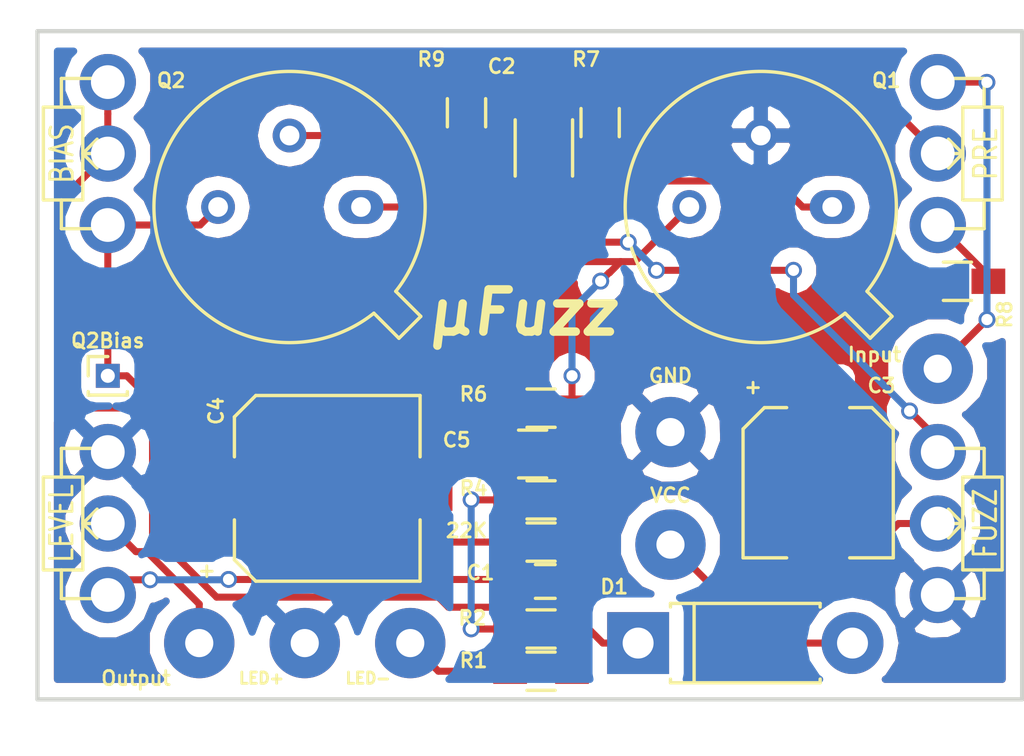
<source format=kicad_pcb>
(kicad_pcb (version 4) (host pcbnew 4.0.6)

  (general
    (links 36)
    (no_connects 0)
    (area 201.092857 80.015 237.575001 107.25)
    (thickness 1.6)
    (drawings 6)
    (tracks 120)
    (zones 0)
    (modules 27)
    (nets 18)
  )

  (page A4)
  (layers
    (0 F.Cu signal)
    (31 B.Cu signal)
    (32 B.Adhes user)
    (33 F.Adhes user)
    (34 B.Paste user)
    (35 F.Paste user)
    (36 B.SilkS user)
    (37 F.SilkS user)
    (38 B.Mask user)
    (39 F.Mask user)
    (40 Dwgs.User user)
    (41 Cmts.User user)
    (42 Eco1.User user)
    (43 Eco2.User user)
    (44 Edge.Cuts user)
    (45 Margin user)
    (46 B.CrtYd user)
    (47 F.CrtYd user)
    (48 B.Fab user)
    (49 F.Fab user)
  )

  (setup
    (last_trace_width 0.25)
    (trace_clearance 0.2)
    (zone_clearance 0.508)
    (zone_45_only no)
    (trace_min 0.2)
    (segment_width 0.2)
    (edge_width 0.15)
    (via_size 0.6)
    (via_drill 0.4)
    (via_min_size 0.4)
    (via_min_drill 0.3)
    (uvia_size 0.3)
    (uvia_drill 0.1)
    (uvias_allowed no)
    (uvia_min_size 0.2)
    (uvia_min_drill 0.1)
    (pcb_text_width 0.3)
    (pcb_text_size 1.5 1.5)
    (mod_edge_width 0.15)
    (mod_text_size 1 1)
    (mod_text_width 0.15)
    (pad_size 2.2 2.2)
    (pad_drill 1.1)
    (pad_to_mask_clearance 0.2)
    (aux_axis_origin 0 0)
    (visible_elements 7FFFFFFF)
    (pcbplotparams
      (layerselection 0x00030_80000001)
      (usegerberextensions false)
      (excludeedgelayer true)
      (linewidth 0.100000)
      (plotframeref false)
      (viasonmask false)
      (mode 1)
      (useauxorigin false)
      (hpglpennumber 1)
      (hpglpenspeed 20)
      (hpglpendiameter 15)
      (hpglpenoverlay 2)
      (psnegative false)
      (psa4output false)
      (plotreference true)
      (plotvalue true)
      (plotinvisibletext false)
      (padsonsilk false)
      (subtractmaskfromsilk false)
      (outputformat 1)
      (mirror false)
      (drillshape 1)
      (scaleselection 1)
      (outputdirectory ""))
  )

  (net 0 "")
  (net 1 "Net-(22K1-Pad1)")
  (net 2 "Net-(22K1-Pad2)")
  (net 3 "Net-(D1-Pad1)")
  (net 4 VCC)
  (net 5 GND)
  (net 6 "Net-(LED-1-Pad1)")
  (net 7 "Net-(C4-Pad2)")
  (net 8 "Net-(Q1-Pad3)")
  (net 9 "Net-(C2-Pad1)")
  (net 10 "Net-(100Ka1-Pad2)")
  (net 11 "Net-(100Ka1-Pad3)")
  (net 12 "Net-(FUZZ1-Pad1)")
  (net 13 "Net-(C2-Pad2)")
  (net 14 "Net-(100Ka1-Pad1)")
  (net 15 "Net-(C3-Pad2)")
  (net 16 "Net-(C1-Pad2)")
  (net 17 "Net-(LEVEL1-Pad2)")

  (net_class Default "This is the default net class."
    (clearance 0.2)
    (trace_width 0.25)
    (via_dia 0.6)
    (via_drill 0.4)
    (uvia_dia 0.3)
    (uvia_drill 0.1)
    (add_net GND)
    (add_net "Net-(100Ka1-Pad1)")
    (add_net "Net-(100Ka1-Pad2)")
    (add_net "Net-(100Ka1-Pad3)")
    (add_net "Net-(22K1-Pad1)")
    (add_net "Net-(22K1-Pad2)")
    (add_net "Net-(C1-Pad2)")
    (add_net "Net-(C2-Pad1)")
    (add_net "Net-(C2-Pad2)")
    (add_net "Net-(C3-Pad2)")
    (add_net "Net-(C4-Pad2)")
    (add_net "Net-(D1-Pad1)")
    (add_net "Net-(FUZZ1-Pad1)")
    (add_net "Net-(LED-1-Pad1)")
    (add_net "Net-(LEVEL1-Pad2)")
    (add_net "Net-(Q1-Pad3)")
    (add_net VCC)
  )

  (module Wire_Pads:SolderWirePad_single_1mmDrill (layer F.Cu) (tedit 5A996CB7) (tstamp 5A9062E7)
    (at 234.5 93.25)
    (path /5A908B76)
    (fp_text reference Input (at -2.25 -0.5) (layer F.SilkS)
      (effects (font (size 0.5 0.5) (thickness 0.1)))
    )
    (fp_text value I (at -1.905 3.175) (layer F.Fab)
      (effects (font (size 1 1) (thickness 0.15)))
    )
    (pad 1 thru_hole circle (at 0 0) (size 2.49936 2.49936) (drill 1.00076) (layers *.Cu *.Mask)
      (net 14 "Net-(100Ka1-Pad1)"))
  )

  (module Pin_Headers:Pin_Header_Straight_1x01_Pitch1.00mm (layer F.Cu) (tedit 5A996CBF) (tstamp 5A906311)
    (at 205 93.5)
    (descr "Through hole straight pin header, 1x01, 1.00mm pitch, single row")
    (tags "Through hole pin header THT 1x01 1.00mm single row")
    (path /5A901C60)
    (fp_text reference Q2Bias (at 0 -1.25) (layer F.SilkS)
      (effects (font (size 0.5 0.5) (thickness 0.1)))
    )
    (fp_text value Q2Bias (at 0 1.56) (layer F.Fab)
      (effects (font (size 1 1) (thickness 0.15)))
    )
    (fp_line (start -0.3175 -0.5) (end 0.635 -0.5) (layer F.Fab) (width 0.1))
    (fp_line (start 0.635 -0.5) (end 0.635 0.5) (layer F.Fab) (width 0.1))
    (fp_line (start 0.635 0.5) (end -0.635 0.5) (layer F.Fab) (width 0.1))
    (fp_line (start -0.635 0.5) (end -0.635 -0.1825) (layer F.Fab) (width 0.1))
    (fp_line (start -0.635 -0.1825) (end -0.3175 -0.5) (layer F.Fab) (width 0.1))
    (fp_line (start -0.695 0.685) (end 0.695 0.685) (layer F.SilkS) (width 0.12))
    (fp_line (start -0.695 0.685) (end -0.695 0.56) (layer F.SilkS) (width 0.12))
    (fp_line (start 0.695 0.685) (end 0.695 0.56) (layer F.SilkS) (width 0.12))
    (fp_line (start -0.695 0.685) (end -0.608276 0.685) (layer F.SilkS) (width 0.12))
    (fp_line (start 0.608276 0.685) (end 0.695 0.685) (layer F.SilkS) (width 0.12))
    (fp_line (start -0.695 0) (end -0.695 -0.685) (layer F.SilkS) (width 0.12))
    (fp_line (start -0.695 -0.685) (end 0 -0.685) (layer F.SilkS) (width 0.12))
    (fp_line (start -1.15 -1) (end -1.15 1) (layer F.CrtYd) (width 0.05))
    (fp_line (start -1.15 1) (end 1.15 1) (layer F.CrtYd) (width 0.05))
    (fp_line (start 1.15 1) (end 1.15 -1) (layer F.CrtYd) (width 0.05))
    (fp_line (start 1.15 -1) (end -1.15 -1) (layer F.CrtYd) (width 0.05))
    (fp_text user %R (at 0 0 90) (layer F.Fab)
      (effects (font (size 0.76 0.76) (thickness 0.114)))
    )
    (pad 1 thru_hole rect (at 0 0) (size 0.85 0.85) (drill 0.5) (layers *.Cu *.Mask)
      (net 2 "Net-(22K1-Pad2)"))
    (model ${KISYS3DMOD}/Pin_Headers.3dshapes/Pin_Header_Straight_1x01_Pitch1.00mm.wrl
      (at (xyz 0 0 0))
      (scale (xyz 1 1 1))
      (rotate (xyz 0 0 0))
    )
  )

  (module Resistors_SMD:R_0603_HandSoldering (layer F.Cu) (tedit 5A996C8B) (tstamp 5A9062A4)
    (at 220.4 99.41 180)
    (descr "Resistor SMD 0603, hand soldering")
    (tags "resistor 0603")
    (path /5A8816D5)
    (attr smd)
    (fp_text reference 22K (at 2.65 0.41 180) (layer F.SilkS)
      (effects (font (size 0.5 0.5) (thickness 0.1)))
    )
    (fp_text value 22k (at 0 1.55 180) (layer F.Fab)
      (effects (font (size 1 1) (thickness 0.15)))
    )
    (fp_text user %R (at 0 0 180) (layer F.Fab)
      (effects (font (size 0.4 0.4) (thickness 0.075)))
    )
    (fp_line (start -0.8 0.4) (end -0.8 -0.4) (layer F.Fab) (width 0.1))
    (fp_line (start 0.8 0.4) (end -0.8 0.4) (layer F.Fab) (width 0.1))
    (fp_line (start 0.8 -0.4) (end 0.8 0.4) (layer F.Fab) (width 0.1))
    (fp_line (start -0.8 -0.4) (end 0.8 -0.4) (layer F.Fab) (width 0.1))
    (fp_line (start 0.5 0.68) (end -0.5 0.68) (layer F.SilkS) (width 0.12))
    (fp_line (start -0.5 -0.68) (end 0.5 -0.68) (layer F.SilkS) (width 0.12))
    (fp_line (start -1.96 -0.7) (end 1.95 -0.7) (layer F.CrtYd) (width 0.05))
    (fp_line (start -1.96 -0.7) (end -1.96 0.7) (layer F.CrtYd) (width 0.05))
    (fp_line (start 1.95 0.7) (end 1.95 -0.7) (layer F.CrtYd) (width 0.05))
    (fp_line (start 1.95 0.7) (end -1.96 0.7) (layer F.CrtYd) (width 0.05))
    (pad 1 smd rect (at -1.1 0 180) (size 1.2 0.9) (layers F.Cu F.Paste F.Mask)
      (net 1 "Net-(22K1-Pad1)"))
    (pad 2 smd rect (at 1.1 0 180) (size 1.2 0.9) (layers F.Cu F.Paste F.Mask)
      (net 2 "Net-(22K1-Pad2)"))
    (model ${KISYS3DMOD}/Resistors_SMD.3dshapes/R_0603.wrl
      (at (xyz 0 0 0))
      (scale (xyz 1 1 1))
      (rotate (xyz 0 0 0))
    )
  )

  (module Capacitors_SMD:C_0603_HandSoldering (layer F.Cu) (tedit 5A914A93) (tstamp 5A9062B8)
    (at 220.55 100.81 180)
    (descr "Capacitor SMD 0603, hand soldering")
    (tags "capacitor 0603")
    (path /5A881AD2)
    (attr smd)
    (fp_text reference C1 (at 2.3 0.31 180) (layer F.SilkS)
      (effects (font (size 0.5 0.5) (thickness 0.1)))
    )
    (fp_text value 0.01 (at 0 1.5 180) (layer F.Fab)
      (effects (font (size 1 1) (thickness 0.15)))
    )
    (fp_text user %R (at 0 -1.25 180) (layer F.Fab)
      (effects (font (size 1 1) (thickness 0.15)))
    )
    (fp_line (start -0.8 0.4) (end -0.8 -0.4) (layer F.Fab) (width 0.1))
    (fp_line (start 0.8 0.4) (end -0.8 0.4) (layer F.Fab) (width 0.1))
    (fp_line (start 0.8 -0.4) (end 0.8 0.4) (layer F.Fab) (width 0.1))
    (fp_line (start -0.8 -0.4) (end 0.8 -0.4) (layer F.Fab) (width 0.1))
    (fp_line (start -0.35 -0.6) (end 0.35 -0.6) (layer F.SilkS) (width 0.12))
    (fp_line (start 0.35 0.6) (end -0.35 0.6) (layer F.SilkS) (width 0.12))
    (fp_line (start -1.8 -0.65) (end 1.8 -0.65) (layer F.CrtYd) (width 0.05))
    (fp_line (start -1.8 -0.65) (end -1.8 0.65) (layer F.CrtYd) (width 0.05))
    (fp_line (start 1.8 0.65) (end 1.8 -0.65) (layer F.CrtYd) (width 0.05))
    (fp_line (start 1.8 0.65) (end -1.8 0.65) (layer F.CrtYd) (width 0.05))
    (pad 1 smd rect (at -0.95 0 180) (size 1.2 0.75) (layers F.Cu F.Paste F.Mask)
      (net 1 "Net-(22K1-Pad1)"))
    (pad 2 smd rect (at 0.95 0 180) (size 1.2 0.75) (layers F.Cu F.Paste F.Mask)
      (net 16 "Net-(C1-Pad2)"))
    (model Capacitors_SMD.3dshapes/C_0603.wrl
      (at (xyz 0 0 0))
      (scale (xyz 1 1 1))
      (rotate (xyz 0 0 0))
    )
  )

  (module Capacitors_SMD:CP_Elec_5x5.8 (layer F.Cu) (tedit 5A914901) (tstamp 5A9062C4)
    (at 230.25 97.3 270)
    (descr "SMT capacitor, aluminium electrolytic, 5x5.8")
    (path /5A880DF8)
    (attr smd)
    (fp_text reference C3 (at -3.45 -2.25 360) (layer F.SilkS)
      (effects (font (size 0.5 0.5) (thickness 0.1)))
    )
    (fp_text value 22u (at 0 -3.92 270) (layer F.Fab)
      (effects (font (size 1 1) (thickness 0.15)))
    )
    (fp_circle (center 0 0) (end 0.1 2.4) (layer F.Fab) (width 0.1))
    (fp_text user + (at -1.38 -0.06 270) (layer F.Fab)
      (effects (font (size 1 1) (thickness 0.15)))
    )
    (fp_text user + (at -3.38 2.35 270) (layer F.SilkS)
      (effects (font (size 0.5 0.5) (thickness 0.1)))
    )
    (fp_text user %R (at 0 3.92 270) (layer F.Fab)
      (effects (font (size 1 1) (thickness 0.15)))
    )
    (fp_line (start 2.51 2.51) (end 2.51 -2.51) (layer F.Fab) (width 0.1))
    (fp_line (start -1.84 2.51) (end 2.51 2.51) (layer F.Fab) (width 0.1))
    (fp_line (start -2.51 1.84) (end -1.84 2.51) (layer F.Fab) (width 0.1))
    (fp_line (start -2.51 -1.84) (end -2.51 1.84) (layer F.Fab) (width 0.1))
    (fp_line (start -1.84 -2.51) (end -2.51 -1.84) (layer F.Fab) (width 0.1))
    (fp_line (start 2.51 -2.51) (end -1.84 -2.51) (layer F.Fab) (width 0.1))
    (fp_line (start 2.67 2.67) (end 2.67 1.12) (layer F.SilkS) (width 0.12))
    (fp_line (start 2.67 -2.67) (end 2.67 -1.12) (layer F.SilkS) (width 0.12))
    (fp_line (start -2.67 1.91) (end -2.67 1.12) (layer F.SilkS) (width 0.12))
    (fp_line (start -2.67 -1.91) (end -2.67 -1.12) (layer F.SilkS) (width 0.12))
    (fp_line (start 2.67 -2.67) (end -1.91 -2.67) (layer F.SilkS) (width 0.12))
    (fp_line (start -1.91 -2.67) (end -2.67 -1.91) (layer F.SilkS) (width 0.12))
    (fp_line (start -2.67 1.91) (end -1.91 2.67) (layer F.SilkS) (width 0.12))
    (fp_line (start -1.91 2.67) (end 2.67 2.67) (layer F.SilkS) (width 0.12))
    (fp_line (start -3.95 -2.77) (end 3.95 -2.77) (layer F.CrtYd) (width 0.05))
    (fp_line (start -3.95 -2.77) (end -3.95 2.76) (layer F.CrtYd) (width 0.05))
    (fp_line (start 3.95 2.76) (end 3.95 -2.77) (layer F.CrtYd) (width 0.05))
    (fp_line (start 3.95 2.76) (end -3.95 2.76) (layer F.CrtYd) (width 0.05))
    (pad 1 smd rect (at -2.2 0 90) (size 3 1.6) (layers F.Cu F.Paste F.Mask)
      (net 5 GND))
    (pad 2 smd rect (at 2.2 0 90) (size 3 1.6) (layers F.Cu F.Paste F.Mask)
      (net 15 "Net-(C3-Pad2)"))
    (model Capacitors_SMD.3dshapes/CP_Elec_5x5.8.wrl
      (at (xyz 0 0 0))
      (scale (xyz 1 1 1))
      (rotate (xyz 0 0 180))
    )
  )

  (module Capacitors_SMD:CP_Elec_6.3x7.7 (layer F.Cu) (tedit 5A9149C6) (tstamp 5A9062CA)
    (at 212.8 97.5)
    (descr "SMT capacitor, aluminium electrolytic, 6.3x7.7")
    (path /5A882298)
    (attr smd)
    (fp_text reference C4 (at -3.95 -2.75 90) (layer F.SilkS)
      (effects (font (size 0.5 0.5) (thickness 0.1)))
    )
    (fp_text value 100u (at 0 -4.43) (layer F.Fab)
      (effects (font (size 1 1) (thickness 0.15)))
    )
    (fp_circle (center 0 0) (end 0.5 3) (layer F.Fab) (width 0.1))
    (fp_text user + (at -1.73 -0.08) (layer F.Fab)
      (effects (font (size 1 1) (thickness 0.15)))
    )
    (fp_text user + (at -4.28 2.91) (layer F.SilkS)
      (effects (font (size 0.5 0.5) (thickness 0.1)))
    )
    (fp_text user %R (at 0 4.43) (layer F.Fab)
      (effects (font (size 1 1) (thickness 0.15)))
    )
    (fp_line (start 3.15 3.15) (end 3.15 -3.15) (layer F.Fab) (width 0.1))
    (fp_line (start -2.48 3.15) (end 3.15 3.15) (layer F.Fab) (width 0.1))
    (fp_line (start -3.15 2.48) (end -2.48 3.15) (layer F.Fab) (width 0.1))
    (fp_line (start -3.15 -2.48) (end -3.15 2.48) (layer F.Fab) (width 0.1))
    (fp_line (start -2.48 -3.15) (end -3.15 -2.48) (layer F.Fab) (width 0.1))
    (fp_line (start 3.15 -3.15) (end -2.48 -3.15) (layer F.Fab) (width 0.1))
    (fp_line (start -3.3 2.54) (end -3.3 1.12) (layer F.SilkS) (width 0.12))
    (fp_line (start 3.3 3.3) (end 3.3 1.12) (layer F.SilkS) (width 0.12))
    (fp_line (start 3.3 -3.3) (end 3.3 -1.12) (layer F.SilkS) (width 0.12))
    (fp_line (start -3.3 -2.54) (end -3.3 -1.12) (layer F.SilkS) (width 0.12))
    (fp_line (start 3.3 3.3) (end -2.54 3.3) (layer F.SilkS) (width 0.12))
    (fp_line (start -2.54 3.3) (end -3.3 2.54) (layer F.SilkS) (width 0.12))
    (fp_line (start -3.3 -2.54) (end -2.54 -3.3) (layer F.SilkS) (width 0.12))
    (fp_line (start -2.54 -3.3) (end 3.3 -3.3) (layer F.SilkS) (width 0.12))
    (fp_line (start -4.7 -3.4) (end 4.7 -3.4) (layer F.CrtYd) (width 0.05))
    (fp_line (start -4.7 -3.4) (end -4.7 3.4) (layer F.CrtYd) (width 0.05))
    (fp_line (start 4.7 3.4) (end 4.7 -3.4) (layer F.CrtYd) (width 0.05))
    (fp_line (start 4.7 3.4) (end -4.7 3.4) (layer F.CrtYd) (width 0.05))
    (pad 1 smd rect (at -2.7 0 180) (size 3.5 1.6) (layers F.Cu F.Paste F.Mask)
      (net 5 GND))
    (pad 2 smd rect (at 2.7 0 180) (size 3.5 1.6) (layers F.Cu F.Paste F.Mask)
      (net 7 "Net-(C4-Pad2)"))
    (model Capacitors_SMD.3dshapes/CP_Elec_6.3x7.7.wrl
      (at (xyz 0 0 0))
      (scale (xyz 1 1 1))
      (rotate (xyz 0 0 180))
    )
  )

  (module Wire_Pads:SolderWirePad_single_1mmDrill (layer F.Cu) (tedit 5A996C95) (tstamp 5A9062E2)
    (at 225 95.5)
    (path /5A89569B)
    (fp_text reference GND (at 0 -2) (layer F.SilkS)
      (effects (font (size 0.5 0.5) (thickness 0.1)))
    )
    (fp_text value GND (at -1.905 3.175) (layer F.Fab)
      (effects (font (size 1 1) (thickness 0.15)))
    )
    (pad 1 thru_hole circle (at 0 0) (size 2.49936 2.49936) (drill 1.00076) (layers *.Cu *.Mask)
      (net 5 GND))
  )

  (module Wire_Pads:SolderWirePad_single_1mmDrill (layer F.Cu) (tedit 5A99B09A) (tstamp 5A9062EC)
    (at 212 103)
    (path /5A89561E)
    (fp_text reference LED+ (at -1.54 1.25) (layer F.SilkS)
      (effects (font (size 0.4 0.4) (thickness 0.1)))
    )
    (fp_text value LED+ (at -1.905 3.175) (layer F.Fab)
      (effects (font (size 1 1) (thickness 0.15)))
    )
    (pad 1 thru_hole circle (at 0 0) (size 2.49936 2.49936) (drill 1.00076) (layers *.Cu *.Mask)
      (net 5 GND))
  )

  (module Wire_Pads:SolderWirePad_single_1mmDrill (layer F.Cu) (tedit 5A99B092) (tstamp 5A9062F1)
    (at 215.75 103)
    (path /5A894578)
    (fp_text reference LED- (at -1.5 1.25) (layer F.SilkS)
      (effects (font (size 0.4 0.4) (thickness 0.1)))
    )
    (fp_text value LED- (at -1.905 3.175) (layer F.Fab)
      (effects (font (size 1 1) (thickness 0.15)))
    )
    (pad 1 thru_hole circle (at 0 0) (size 2.49936 2.49936) (drill 1.00076) (layers *.Cu *.Mask)
      (net 6 "Net-(LED-1-Pad1)"))
  )

  (module TO_SOT_Packages_THT:TO-5-3 (layer F.Cu) (tedit 5A91495A) (tstamp 5A906305)
    (at 230.75 87.5 180)
    (descr TO-5-3)
    (tags TO-5-3)
    (path /5A880B3E)
    (fp_text reference Q1 (at -1.92 4.5 180) (layer F.SilkS)
      (effects (font (size 0.5 0.5) (thickness 0.1)))
    )
    (fp_text value EFT83C (at 2.54 5.82 180) (layer F.Fab)
      (effects (font (size 1 1) (thickness 0.15)))
    )
    (fp_text user %R (at 2.54 -5.82 180) (layer F.Fab)
      (effects (font (size 1 1) (thickness 0.15)))
    )
    (fp_line (start -0.465408 -3.61352) (end -1.27151 -4.419621) (layer F.Fab) (width 0.1))
    (fp_line (start -1.27151 -4.419621) (end -1.879621 -3.81151) (layer F.Fab) (width 0.1))
    (fp_line (start -1.879621 -3.81151) (end -1.07352 -3.005408) (layer F.Fab) (width 0.1))
    (fp_line (start -0.457084 -3.774902) (end -1.348039 -4.665856) (layer F.SilkS) (width 0.12))
    (fp_line (start -1.348039 -4.665856) (end -2.125856 -3.888039) (layer F.SilkS) (width 0.12))
    (fp_line (start -2.125856 -3.888039) (end -1.234902 -2.997084) (layer F.SilkS) (width 0.12))
    (fp_line (start -2.41 -4.95) (end -2.41 4.95) (layer F.CrtYd) (width 0.05))
    (fp_line (start -2.41 4.95) (end 7.49 4.95) (layer F.CrtYd) (width 0.05))
    (fp_line (start 7.49 4.95) (end 7.49 -4.95) (layer F.CrtYd) (width 0.05))
    (fp_line (start 7.49 -4.95) (end -2.41 -4.95) (layer F.CrtYd) (width 0.05))
    (fp_circle (center 2.54 0) (end 6.79 0) (layer F.Fab) (width 0.1))
    (fp_arc (start 2.54 0) (end -0.465408 -3.61352) (angle 349.5) (layer F.Fab) (width 0.1))
    (fp_arc (start 2.54 0) (end -0.457084 -3.774902) (angle 346.9) (layer F.SilkS) (width 0.12))
    (pad 1 thru_hole oval (at 0 0 180) (size 1.6 1.2) (drill 0.7) (layers *.Cu *.Mask)
      (net 13 "Net-(C2-Pad2)"))
    (pad 2 thru_hole oval (at 2.54 2.54 180) (size 1.2 1.2) (drill 0.7) (layers *.Cu *.Mask)
      (net 5 GND))
    (pad 3 thru_hole oval (at 5.08 0 180) (size 1.2 1.2) (drill 0.7) (layers *.Cu *.Mask)
      (net 8 "Net-(Q1-Pad3)"))
    (model ${KISYS3DMOD}/TO_SOT_Packages_THT.3dshapes/TO-5-3.wrl
      (at (xyz 0 0 0))
      (scale (xyz 0.393701 0.393701 0.393701))
      (rotate (xyz 0 0 0))
    )
  )

  (module TO_SOT_Packages_THT:TO-5-3 (layer F.Cu) (tedit 5A914A77) (tstamp 5A90630C)
    (at 214 87.5 180)
    (descr TO-5-3)
    (tags TO-5-3)
    (path /5A880EDD)
    (fp_text reference Q2 (at 6.75 4.5 180) (layer F.SilkS)
      (effects (font (size 0.5 0.5) (thickness 0.1)))
    )
    (fp_text value AC122 (at 2.54 5.82 180) (layer F.Fab)
      (effects (font (size 1 1) (thickness 0.15)))
    )
    (fp_text user %R (at 2.54 -5.82 180) (layer F.Fab)
      (effects (font (size 1 1) (thickness 0.15)))
    )
    (fp_line (start -0.465408 -3.61352) (end -1.27151 -4.419621) (layer F.Fab) (width 0.1))
    (fp_line (start -1.27151 -4.419621) (end -1.879621 -3.81151) (layer F.Fab) (width 0.1))
    (fp_line (start -1.879621 -3.81151) (end -1.07352 -3.005408) (layer F.Fab) (width 0.1))
    (fp_line (start -0.457084 -3.774902) (end -1.348039 -4.665856) (layer F.SilkS) (width 0.12))
    (fp_line (start -1.348039 -4.665856) (end -2.125856 -3.888039) (layer F.SilkS) (width 0.12))
    (fp_line (start -2.125856 -3.888039) (end -1.234902 -2.997084) (layer F.SilkS) (width 0.12))
    (fp_line (start -2.41 -4.95) (end -2.41 4.95) (layer F.CrtYd) (width 0.05))
    (fp_line (start -2.41 4.95) (end 7.49 4.95) (layer F.CrtYd) (width 0.05))
    (fp_line (start 7.49 4.95) (end 7.49 -4.95) (layer F.CrtYd) (width 0.05))
    (fp_line (start 7.49 -4.95) (end -2.41 -4.95) (layer F.CrtYd) (width 0.05))
    (fp_circle (center 2.54 0) (end 6.79 0) (layer F.Fab) (width 0.1))
    (fp_arc (start 2.54 0) (end -0.465408 -3.61352) (angle 349.5) (layer F.Fab) (width 0.1))
    (fp_arc (start 2.54 0) (end -0.457084 -3.774902) (angle 346.9) (layer F.SilkS) (width 0.12))
    (pad 1 thru_hole oval (at 0 0 180) (size 1.6 1.2) (drill 0.7) (layers *.Cu *.Mask)
      (net 8 "Net-(Q1-Pad3)"))
    (pad 2 thru_hole oval (at 2.54 2.54 180) (size 1.2 1.2) (drill 0.7) (layers *.Cu *.Mask)
      (net 12 "Net-(FUZZ1-Pad1)"))
    (pad 3 thru_hole oval (at 5.08 0 180) (size 1.2 1.2) (drill 0.7) (layers *.Cu *.Mask)
      (net 2 "Net-(22K1-Pad2)"))
    (model ${KISYS3DMOD}/TO_SOT_Packages_THT.3dshapes/TO-5-3.wrl
      (at (xyz 0 0 0))
      (scale (xyz 0.393701 0.393701 0.393701))
      (rotate (xyz 0 0 0))
    )
  )

  (module Resistors_SMD:R_0603_HandSoldering (layer F.Cu) (tedit 5A914B18) (tstamp 5A906317)
    (at 220.4 104)
    (descr "Resistor SMD 0603, hand soldering")
    (tags "resistor 0603")
    (path /5A882683)
    (attr smd)
    (fp_text reference R1 (at -2.4 -0.38) (layer F.SilkS)
      (effects (font (size 0.5 0.5) (thickness 0.1)))
    )
    (fp_text value 4.7 (at 0 1.55) (layer F.Fab)
      (effects (font (size 1 1) (thickness 0.15)))
    )
    (fp_text user %R (at 0 0) (layer F.Fab)
      (effects (font (size 0.4 0.4) (thickness 0.075)))
    )
    (fp_line (start -0.8 0.4) (end -0.8 -0.4) (layer F.Fab) (width 0.1))
    (fp_line (start 0.8 0.4) (end -0.8 0.4) (layer F.Fab) (width 0.1))
    (fp_line (start 0.8 -0.4) (end 0.8 0.4) (layer F.Fab) (width 0.1))
    (fp_line (start -0.8 -0.4) (end 0.8 -0.4) (layer F.Fab) (width 0.1))
    (fp_line (start 0.5 0.68) (end -0.5 0.68) (layer F.SilkS) (width 0.12))
    (fp_line (start -0.5 -0.68) (end 0.5 -0.68) (layer F.SilkS) (width 0.12))
    (fp_line (start -1.96 -0.7) (end 1.95 -0.7) (layer F.CrtYd) (width 0.05))
    (fp_line (start -1.96 -0.7) (end -1.96 0.7) (layer F.CrtYd) (width 0.05))
    (fp_line (start 1.95 0.7) (end 1.95 -0.7) (layer F.CrtYd) (width 0.05))
    (fp_line (start 1.95 0.7) (end -1.96 0.7) (layer F.CrtYd) (width 0.05))
    (pad 1 smd rect (at -1.1 0) (size 1.2 0.9) (layers F.Cu F.Paste F.Mask)
      (net 6 "Net-(LED-1-Pad1)"))
    (pad 2 smd rect (at 1.1 0) (size 1.2 0.9) (layers F.Cu F.Paste F.Mask)
      (net 3 "Net-(D1-Pad1)"))
    (model ${KISYS3DMOD}/Resistors_SMD.3dshapes/R_0603.wrl
      (at (xyz 0 0 0))
      (scale (xyz 1 1 1))
      (rotate (xyz 0 0 0))
    )
  )

  (module Resistors_SMD:R_0603_HandSoldering (layer F.Cu) (tedit 5A914B03) (tstamp 5A90631D)
    (at 220.4 102.5)
    (descr "Resistor SMD 0603, hand soldering")
    (tags "resistor 0603")
    (path /5A882500)
    (attr smd)
    (fp_text reference R2 (at -2.44 -0.39) (layer F.SilkS)
      (effects (font (size 0.5 0.5) (thickness 0.1)))
    )
    (fp_text value 100 (at 0 1.55) (layer F.Fab)
      (effects (font (size 1 1) (thickness 0.15)))
    )
    (fp_text user %R (at 0 0) (layer F.Fab)
      (effects (font (size 0.4 0.4) (thickness 0.075)))
    )
    (fp_line (start -0.8 0.4) (end -0.8 -0.4) (layer F.Fab) (width 0.1))
    (fp_line (start 0.8 0.4) (end -0.8 0.4) (layer F.Fab) (width 0.1))
    (fp_line (start 0.8 -0.4) (end 0.8 0.4) (layer F.Fab) (width 0.1))
    (fp_line (start -0.8 -0.4) (end 0.8 -0.4) (layer F.Fab) (width 0.1))
    (fp_line (start 0.5 0.68) (end -0.5 0.68) (layer F.SilkS) (width 0.12))
    (fp_line (start -0.5 -0.68) (end 0.5 -0.68) (layer F.SilkS) (width 0.12))
    (fp_line (start -1.96 -0.7) (end 1.95 -0.7) (layer F.CrtYd) (width 0.05))
    (fp_line (start -1.96 -0.7) (end -1.96 0.7) (layer F.CrtYd) (width 0.05))
    (fp_line (start 1.95 0.7) (end 1.95 -0.7) (layer F.CrtYd) (width 0.05))
    (fp_line (start 1.95 0.7) (end -1.96 0.7) (layer F.CrtYd) (width 0.05))
    (pad 1 smd rect (at -1.1 0) (size 1.2 0.9) (layers F.Cu F.Paste F.Mask)
      (net 7 "Net-(C4-Pad2)"))
    (pad 2 smd rect (at 1.1 0) (size 1.2 0.9) (layers F.Cu F.Paste F.Mask)
      (net 3 "Net-(D1-Pad1)"))
    (model ${KISYS3DMOD}/Resistors_SMD.3dshapes/R_0603.wrl
      (at (xyz 0 0 0))
      (scale (xyz 1 1 1))
      (rotate (xyz 0 0 0))
    )
  )

  (module Resistors_SMD:R_0603_HandSoldering (layer F.Cu) (tedit 5A914AD5) (tstamp 5A906323)
    (at 220.4 97.91 180)
    (descr "Resistor SMD 0603, hand soldering")
    (tags "resistor 0603")
    (path /5A8818BD)
    (attr smd)
    (fp_text reference R4 (at 2.4 0.41 180) (layer F.SilkS)
      (effects (font (size 0.5 0.5) (thickness 0.1)))
    )
    (fp_text value 1.5 (at 0 1.55 180) (layer F.Fab)
      (effects (font (size 1 1) (thickness 0.15)))
    )
    (fp_text user %R (at 0 0 180) (layer F.Fab)
      (effects (font (size 0.4 0.4) (thickness 0.075)))
    )
    (fp_line (start -0.8 0.4) (end -0.8 -0.4) (layer F.Fab) (width 0.1))
    (fp_line (start 0.8 0.4) (end -0.8 0.4) (layer F.Fab) (width 0.1))
    (fp_line (start 0.8 -0.4) (end 0.8 0.4) (layer F.Fab) (width 0.1))
    (fp_line (start -0.8 -0.4) (end 0.8 -0.4) (layer F.Fab) (width 0.1))
    (fp_line (start 0.5 0.68) (end -0.5 0.68) (layer F.SilkS) (width 0.12))
    (fp_line (start -0.5 -0.68) (end 0.5 -0.68) (layer F.SilkS) (width 0.12))
    (fp_line (start -1.96 -0.7) (end 1.95 -0.7) (layer F.CrtYd) (width 0.05))
    (fp_line (start -1.96 -0.7) (end -1.96 0.7) (layer F.CrtYd) (width 0.05))
    (fp_line (start 1.95 0.7) (end 1.95 -0.7) (layer F.CrtYd) (width 0.05))
    (fp_line (start 1.95 0.7) (end -1.96 0.7) (layer F.CrtYd) (width 0.05))
    (pad 1 smd rect (at -1.1 0 180) (size 1.2 0.9) (layers F.Cu F.Paste F.Mask)
      (net 1 "Net-(22K1-Pad1)"))
    (pad 2 smd rect (at 1.1 0 180) (size 1.2 0.9) (layers F.Cu F.Paste F.Mask)
      (net 7 "Net-(C4-Pad2)"))
    (model ${KISYS3DMOD}/Resistors_SMD.3dshapes/R_0603.wrl
      (at (xyz 0 0 0))
      (scale (xyz 1 1 1))
      (rotate (xyz 0 0 0))
    )
  )

  (module Resistors_SMD:R_0603_HandSoldering (layer F.Cu) (tedit 5A914AA9) (tstamp 5A906329)
    (at 220.4 94.65)
    (descr "Resistor SMD 0603, hand soldering")
    (tags "resistor 0603")
    (path /5A881882)
    (attr smd)
    (fp_text reference R6 (at -2.4 -0.5) (layer F.SilkS)
      (effects (font (size 0.5 0.5) (thickness 0.1)))
    )
    (fp_text value 33K (at 0 1.55) (layer F.Fab)
      (effects (font (size 1 1) (thickness 0.15)))
    )
    (fp_text user %R (at 0 0) (layer F.Fab)
      (effects (font (size 0.4 0.4) (thickness 0.075)))
    )
    (fp_line (start -0.8 0.4) (end -0.8 -0.4) (layer F.Fab) (width 0.1))
    (fp_line (start 0.8 0.4) (end -0.8 0.4) (layer F.Fab) (width 0.1))
    (fp_line (start 0.8 -0.4) (end 0.8 0.4) (layer F.Fab) (width 0.1))
    (fp_line (start -0.8 -0.4) (end 0.8 -0.4) (layer F.Fab) (width 0.1))
    (fp_line (start 0.5 0.68) (end -0.5 0.68) (layer F.SilkS) (width 0.12))
    (fp_line (start -0.5 -0.68) (end 0.5 -0.68) (layer F.SilkS) (width 0.12))
    (fp_line (start -1.96 -0.7) (end 1.95 -0.7) (layer F.CrtYd) (width 0.05))
    (fp_line (start -1.96 -0.7) (end -1.96 0.7) (layer F.CrtYd) (width 0.05))
    (fp_line (start 1.95 0.7) (end 1.95 -0.7) (layer F.CrtYd) (width 0.05))
    (fp_line (start 1.95 0.7) (end -1.96 0.7) (layer F.CrtYd) (width 0.05))
    (pad 1 smd rect (at -1.1 0) (size 1.2 0.9) (layers F.Cu F.Paste F.Mask)
      (net 7 "Net-(C4-Pad2)"))
    (pad 2 smd rect (at 1.1 0) (size 1.2 0.9) (layers F.Cu F.Paste F.Mask)
      (net 8 "Net-(Q1-Pad3)"))
    (model ${KISYS3DMOD}/Resistors_SMD.3dshapes/R_0603.wrl
      (at (xyz 0 0 0))
      (scale (xyz 1 1 1))
      (rotate (xyz 0 0 0))
    )
  )

  (module Resistors_SMD:R_0603_HandSoldering (layer F.Cu) (tedit 5A91482C) (tstamp 5A90632F)
    (at 222.5 84.5 270)
    (descr "Resistor SMD 0603, hand soldering")
    (tags "resistor 0603")
    (path /5A8808EC)
    (attr smd)
    (fp_text reference R7 (at -2.25 0.5 360) (layer F.SilkS)
      (effects (font (size 0.5 0.5) (thickness 0.1)))
    )
    (fp_text value 10K (at 0 1.55 270) (layer F.Fab)
      (effects (font (size 1 1) (thickness 0.15)))
    )
    (fp_text user %R (at 0 0 270) (layer F.Fab)
      (effects (font (size 0.4 0.4) (thickness 0.075)))
    )
    (fp_line (start -0.8 0.4) (end -0.8 -0.4) (layer F.Fab) (width 0.1))
    (fp_line (start 0.8 0.4) (end -0.8 0.4) (layer F.Fab) (width 0.1))
    (fp_line (start 0.8 -0.4) (end 0.8 0.4) (layer F.Fab) (width 0.1))
    (fp_line (start -0.8 -0.4) (end 0.8 -0.4) (layer F.Fab) (width 0.1))
    (fp_line (start 0.5 0.68) (end -0.5 0.68) (layer F.SilkS) (width 0.12))
    (fp_line (start -0.5 -0.68) (end 0.5 -0.68) (layer F.SilkS) (width 0.12))
    (fp_line (start -1.96 -0.7) (end 1.95 -0.7) (layer F.CrtYd) (width 0.05))
    (fp_line (start -1.96 -0.7) (end -1.96 0.7) (layer F.CrtYd) (width 0.05))
    (fp_line (start 1.95 0.7) (end 1.95 -0.7) (layer F.CrtYd) (width 0.05))
    (fp_line (start 1.95 0.7) (end -1.96 0.7) (layer F.CrtYd) (width 0.05))
    (pad 1 smd rect (at -1.1 0 270) (size 1.2 0.9) (layers F.Cu F.Paste F.Mask)
      (net 9 "Net-(C2-Pad1)"))
    (pad 2 smd rect (at 1.1 0 270) (size 1.2 0.9) (layers F.Cu F.Paste F.Mask)
      (net 10 "Net-(100Ka1-Pad2)"))
    (model ${KISYS3DMOD}/Resistors_SMD.3dshapes/R_0603.wrl
      (at (xyz 0 0 0))
      (scale (xyz 1 1 1))
      (rotate (xyz 0 0 0))
    )
  )

  (module Resistors_SMD:R_0603_HandSoldering (layer F.Cu) (tedit 5A91483C) (tstamp 5A906335)
    (at 235.2 90.14 180)
    (descr "Resistor SMD 0603, hand soldering")
    (tags "resistor 0603")
    (path /5A880832)
    (attr smd)
    (fp_text reference R8 (at -1.68 -1.18 270) (layer F.SilkS)
      (effects (font (size 0.5 0.5) (thickness 0.1)))
    )
    (fp_text value 1K (at 0 1.55 180) (layer F.Fab)
      (effects (font (size 1 1) (thickness 0.15)))
    )
    (fp_text user %R (at 0 0 180) (layer F.Fab)
      (effects (font (size 0.4 0.4) (thickness 0.075)))
    )
    (fp_line (start -0.8 0.4) (end -0.8 -0.4) (layer F.Fab) (width 0.1))
    (fp_line (start 0.8 0.4) (end -0.8 0.4) (layer F.Fab) (width 0.1))
    (fp_line (start 0.8 -0.4) (end 0.8 0.4) (layer F.Fab) (width 0.1))
    (fp_line (start -0.8 -0.4) (end 0.8 -0.4) (layer F.Fab) (width 0.1))
    (fp_line (start 0.5 0.68) (end -0.5 0.68) (layer F.SilkS) (width 0.12))
    (fp_line (start -0.5 -0.68) (end 0.5 -0.68) (layer F.SilkS) (width 0.12))
    (fp_line (start -1.96 -0.7) (end 1.95 -0.7) (layer F.CrtYd) (width 0.05))
    (fp_line (start -1.96 -0.7) (end -1.96 0.7) (layer F.CrtYd) (width 0.05))
    (fp_line (start 1.95 0.7) (end 1.95 -0.7) (layer F.CrtYd) (width 0.05))
    (fp_line (start 1.95 0.7) (end -1.96 0.7) (layer F.CrtYd) (width 0.05))
    (pad 1 smd rect (at -1.1 0 180) (size 1.2 0.9) (layers F.Cu F.Paste F.Mask)
      (net 11 "Net-(100Ka1-Pad3)"))
    (pad 2 smd rect (at 1.1 0 180) (size 1.2 0.9) (layers F.Cu F.Paste F.Mask)
      (net 5 GND))
    (model ${KISYS3DMOD}/Resistors_SMD.3dshapes/R_0603.wrl
      (at (xyz 0 0 0))
      (scale (xyz 1 1 1))
      (rotate (xyz 0 0 0))
    )
  )

  (module Resistors_SMD:R_0603_HandSoldering (layer F.Cu) (tedit 5A91496A) (tstamp 5A90633B)
    (at 217.75 84.15 90)
    (descr "Resistor SMD 0603, hand soldering")
    (tags "resistor 0603")
    (path /5A880BCC)
    (attr smd)
    (fp_text reference R9 (at 1.9 -1.25 180) (layer F.SilkS)
      (effects (font (size 0.5 0.5) (thickness 0.1)))
    )
    (fp_text value 100k (at 0 1.55 90) (layer F.Fab)
      (effects (font (size 1 1) (thickness 0.15)))
    )
    (fp_text user %R (at 0 0 90) (layer F.Fab)
      (effects (font (size 0.4 0.4) (thickness 0.075)))
    )
    (fp_line (start -0.8 0.4) (end -0.8 -0.4) (layer F.Fab) (width 0.1))
    (fp_line (start 0.8 0.4) (end -0.8 0.4) (layer F.Fab) (width 0.1))
    (fp_line (start 0.8 -0.4) (end 0.8 0.4) (layer F.Fab) (width 0.1))
    (fp_line (start -0.8 -0.4) (end 0.8 -0.4) (layer F.Fab) (width 0.1))
    (fp_line (start 0.5 0.68) (end -0.5 0.68) (layer F.SilkS) (width 0.12))
    (fp_line (start -0.5 -0.68) (end 0.5 -0.68) (layer F.SilkS) (width 0.12))
    (fp_line (start -1.96 -0.7) (end 1.95 -0.7) (layer F.CrtYd) (width 0.05))
    (fp_line (start -1.96 -0.7) (end -1.96 0.7) (layer F.CrtYd) (width 0.05))
    (fp_line (start 1.95 0.7) (end 1.95 -0.7) (layer F.CrtYd) (width 0.05))
    (fp_line (start 1.95 0.7) (end -1.96 0.7) (layer F.CrtYd) (width 0.05))
    (pad 1 smd rect (at -1.1 0 90) (size 1.2 0.9) (layers F.Cu F.Paste F.Mask)
      (net 12 "Net-(FUZZ1-Pad1)"))
    (pad 2 smd rect (at 1.1 0 90) (size 1.2 0.9) (layers F.Cu F.Paste F.Mask)
      (net 13 "Net-(C2-Pad2)"))
    (model ${KISYS3DMOD}/Resistors_SMD.3dshapes/R_0603.wrl
      (at (xyz 0 0 0))
      (scale (xyz 1 1 1))
      (rotate (xyz 0 0 0))
    )
  )

  (module Wire_Pads:SolderWirePad_single_1mmDrill (layer F.Cu) (tedit 5A9148CF) (tstamp 5A906340)
    (at 225 99.5)
    (path /5A894827)
    (fp_text reference VCC (at 0 -1.75) (layer F.SilkS)
      (effects (font (size 0.5 0.5) (thickness 0.1)))
    )
    (fp_text value -9V (at -1.905 3.175) (layer F.Fab)
      (effects (font (size 1 1) (thickness 0.15)))
    )
    (pad 1 thru_hole circle (at 0 0) (size 2.49936 2.49936) (drill 1.00076) (layers *.Cu *.Mask)
      (net 4 VCC))
  )

  (module Capacitors_SMD:C_1206_HandSoldering (layer F.Cu) (tedit 5A915154) (tstamp 5A914FFE)
    (at 220.5 85.4 270)
    (descr "Capacitor SMD 1206, hand soldering")
    (tags "capacitor 1206")
    (path /5A880A8B)
    (attr smd)
    (fp_text reference C2 (at -2.9 1.5 360) (layer F.SilkS)
      (effects (font (size 0.5 0.5) (thickness 0.1)))
    )
    (fp_text value 2.2 (at 0 2 270) (layer F.Fab)
      (effects (font (size 1 1) (thickness 0.15)))
    )
    (fp_text user %R (at 0 -1.75 270) (layer F.Fab)
      (effects (font (size 1 1) (thickness 0.15)))
    )
    (fp_line (start -1.6 0.8) (end -1.6 -0.8) (layer F.Fab) (width 0.1))
    (fp_line (start 1.6 0.8) (end -1.6 0.8) (layer F.Fab) (width 0.1))
    (fp_line (start 1.6 -0.8) (end 1.6 0.8) (layer F.Fab) (width 0.1))
    (fp_line (start -1.6 -0.8) (end 1.6 -0.8) (layer F.Fab) (width 0.1))
    (fp_line (start 1 -1.02) (end -1 -1.02) (layer F.SilkS) (width 0.12))
    (fp_line (start -1 1.02) (end 1 1.02) (layer F.SilkS) (width 0.12))
    (fp_line (start -3.25 -1.05) (end 3.25 -1.05) (layer F.CrtYd) (width 0.05))
    (fp_line (start -3.25 -1.05) (end -3.25 1.05) (layer F.CrtYd) (width 0.05))
    (fp_line (start 3.25 1.05) (end 3.25 -1.05) (layer F.CrtYd) (width 0.05))
    (fp_line (start 3.25 1.05) (end -3.25 1.05) (layer F.CrtYd) (width 0.05))
    (pad 1 smd rect (at -2 0 270) (size 2 1.6) (layers F.Cu F.Paste F.Mask)
      (net 9 "Net-(C2-Pad1)"))
    (pad 2 smd rect (at 2 0 270) (size 2 1.6) (layers F.Cu F.Paste F.Mask)
      (net 13 "Net-(C2-Pad2)"))
    (model Capacitors_SMD.3dshapes/C_1206.wrl
      (at (xyz 0 0 0))
      (scale (xyz 1 1 1))
      (rotate (xyz 0 0 0))
    )
  )

  (module Capacitors_SMD:C_0805_HandSoldering (layer F.Cu) (tedit 5A91517B) (tstamp 5A915004)
    (at 220.1 96.28)
    (descr "Capacitor SMD 0805, hand soldering")
    (tags "capacitor 0805")
    (path /5A88223B)
    (attr smd)
    (fp_text reference C5 (at -2.7 -0.5) (layer F.SilkS)
      (effects (font (size 0.5 0.5) (thickness 0.1)))
    )
    (fp_text value 100n (at -0.35 2.47) (layer F.Fab)
      (effects (font (size 1 1) (thickness 0.15)))
    )
    (fp_text user %R (at 0 -1.75) (layer F.Fab)
      (effects (font (size 1 1) (thickness 0.15)))
    )
    (fp_line (start -1 0.62) (end -1 -0.62) (layer F.Fab) (width 0.1))
    (fp_line (start 1 0.62) (end -1 0.62) (layer F.Fab) (width 0.1))
    (fp_line (start 1 -0.62) (end 1 0.62) (layer F.Fab) (width 0.1))
    (fp_line (start -1 -0.62) (end 1 -0.62) (layer F.Fab) (width 0.1))
    (fp_line (start 0.5 -0.85) (end -0.5 -0.85) (layer F.SilkS) (width 0.12))
    (fp_line (start -0.5 0.85) (end 0.5 0.85) (layer F.SilkS) (width 0.12))
    (fp_line (start -2.25 -0.88) (end 2.25 -0.88) (layer F.CrtYd) (width 0.05))
    (fp_line (start -2.25 -0.88) (end -2.25 0.87) (layer F.CrtYd) (width 0.05))
    (fp_line (start 2.25 0.87) (end 2.25 -0.88) (layer F.CrtYd) (width 0.05))
    (fp_line (start 2.25 0.87) (end -2.25 0.87) (layer F.CrtYd) (width 0.05))
    (pad 1 smd rect (at -1.25 0) (size 1.5 1.25) (layers F.Cu F.Paste F.Mask)
      (net 7 "Net-(C4-Pad2)"))
    (pad 2 smd rect (at 1.25 0) (size 1.5 1.25) (layers F.Cu F.Paste F.Mask)
      (net 5 GND))
    (model Capacitors_SMD.3dshapes/C_0805.wrl
      (at (xyz 0 0 0))
      (scale (xyz 1 1 1))
      (rotate (xyz 0 0 0))
    )
  )

  (module Diodes_THT:D_DO-41_SOD81_P7.62mm_Horizontal (layer F.Cu) (tedit 5A918306) (tstamp 5A917BD3)
    (at 223.85 103)
    (descr "D, DO-41_SOD81 series, Axial, Horizontal, pin pitch=7.62mm, , length*diameter=5.2*2.7mm^2, , http://www.diodes.com/_files/packages/DO-41%20(Plastic).pdf")
    (tags "D DO-41_SOD81 series Axial Horizontal pin pitch 7.62mm  length 5.2mm diameter 2.7mm")
    (path /5A88263C)
    (fp_text reference D1 (at -0.85 -2) (layer F.SilkS)
      (effects (font (size 0.5 0.5) (thickness 0.1)))
    )
    (fp_text value 1N5817 (at 3.81 2.41) (layer F.Fab)
      (effects (font (size 1 1) (thickness 0.15)))
    )
    (fp_text user %R (at 3.81 0) (layer F.Fab)
      (effects (font (size 1 1) (thickness 0.15)))
    )
    (fp_line (start 1.21 -1.35) (end 1.21 1.35) (layer F.Fab) (width 0.1))
    (fp_line (start 1.21 1.35) (end 6.41 1.35) (layer F.Fab) (width 0.1))
    (fp_line (start 6.41 1.35) (end 6.41 -1.35) (layer F.Fab) (width 0.1))
    (fp_line (start 6.41 -1.35) (end 1.21 -1.35) (layer F.Fab) (width 0.1))
    (fp_line (start 0 0) (end 1.21 0) (layer F.Fab) (width 0.1))
    (fp_line (start 7.62 0) (end 6.41 0) (layer F.Fab) (width 0.1))
    (fp_line (start 1.99 -1.35) (end 1.99 1.35) (layer F.Fab) (width 0.1))
    (fp_line (start 1.15 -1.28) (end 1.15 -1.41) (layer F.SilkS) (width 0.12))
    (fp_line (start 1.15 -1.41) (end 6.47 -1.41) (layer F.SilkS) (width 0.12))
    (fp_line (start 6.47 -1.41) (end 6.47 -1.28) (layer F.SilkS) (width 0.12))
    (fp_line (start 1.15 1.28) (end 1.15 1.41) (layer F.SilkS) (width 0.12))
    (fp_line (start 1.15 1.41) (end 6.47 1.41) (layer F.SilkS) (width 0.12))
    (fp_line (start 6.47 1.41) (end 6.47 1.28) (layer F.SilkS) (width 0.12))
    (fp_line (start 1.99 -1.41) (end 1.99 1.41) (layer F.SilkS) (width 0.12))
    (fp_line (start -1.35 -1.7) (end -1.35 1.7) (layer F.CrtYd) (width 0.05))
    (fp_line (start -1.35 1.7) (end 9 1.7) (layer F.CrtYd) (width 0.05))
    (fp_line (start 9 1.7) (end 9 -1.7) (layer F.CrtYd) (width 0.05))
    (fp_line (start 9 -1.7) (end -1.35 -1.7) (layer F.CrtYd) (width 0.05))
    (pad 1 thru_hole rect (at 0 0) (size 2.2 2.2) (drill 1.1) (layers *.Cu *.Mask)
      (net 3 "Net-(D1-Pad1)"))
    (pad 2 thru_hole oval (at 7.62 0) (size 2.2 2.2) (drill 1.1) (layers *.Cu *.Mask)
      (net 4 VCC))
    (model ${KISYS3DMOD}/Diodes_THT.3dshapes/D_DO-41_SOD81_P7.62mm_Horizontal.wrl
      (at (xyz 0 0 0))
      (scale (xyz 0.393701 0.393701 0.393701))
      (rotate (xyz 0 0 0))
    )
  )

  (module Wire_Pads:SolderWirePad_single_1mmDrill (layer F.Cu) (tedit 5A9964E1) (tstamp 5A9062FE)
    (at 208.25 103 180)
    (path /5A909ACF)
    (fp_text reference Output (at 2.25 -1.25 180) (layer F.SilkS)
      (effects (font (size 0.5 0.5) (thickness 0.1)))
    )
    (fp_text value O (at -1.905 3.175 180) (layer F.Fab)
      (effects (font (size 1 1) (thickness 0.15)))
    )
    (pad 1 thru_hole circle (at 0 0 180) (size 2.49936 2.49936) (drill 1.00076) (layers *.Cu *.Mask)
      (net 17 "Net-(LEVEL1-Pad2)"))
  )

  (module WeaeslFuzz:Potentiometer_WirePads_Small_shrunksilkscreen (layer F.Cu) (tedit 5A91479D) (tstamp 5A9062AB)
    (at 234.5 83.06)
    (descr "Potentiometer, Wire Pads only, small, RevA, 02 Aug 2010,")
    (tags "Potentiometer Wire Pads only small RevA 02 Aug 2010 ")
    (path /5A880720)
    (fp_text reference PRE (at 1.7 2.54 90) (layer F.SilkS)
      (effects (font (size 0.8 0.65) (thickness 0.1)))
    )
    (fp_text value PRE (at 1.35 7.15) (layer F.Fab)
      (effects (font (size 1 1) (thickness 0.15)))
    )
    (fp_line (start 1.65 4.19) (end 1.65 5.21) (layer F.SilkS) (width 0.12))
    (fp_line (start 1.65 5.21) (end 0.25 5.21) (layer F.SilkS) (width 0.12))
    (fp_line (start 1.65 0.89) (end 1.65 -0.13) (layer F.SilkS) (width 0.12))
    (fp_line (start 1.65 -0.13) (end 0.25 -0.13) (layer F.SilkS) (width 0.12))
    (fp_line (start 0.89 2.54) (end 0.25 2.54) (layer F.SilkS) (width 0.12))
    (fp_line (start 0.89 2.54) (end 0.38 3.05) (layer F.SilkS) (width 0.12))
    (fp_line (start 0.89 2.54) (end 0.38 2.03) (layer F.SilkS) (width 0.12))
    (fp_line (start 0.89 0.89) (end 2.29 0.89) (layer F.SilkS) (width 0.12))
    (fp_line (start 2.29 0.89) (end 2.29 4.19) (layer F.SilkS) (width 0.12))
    (fp_line (start 2.29 4.19) (end 0.89 4.19) (layer F.SilkS) (width 0.12))
    (fp_line (start 0.89 4.19) (end 0.89 0.89) (layer F.SilkS) (width 0.12))
    (fp_line (start -1.27 -1.27) (end 2.54 -1.27) (layer F.CrtYd) (width 0.05))
    (fp_line (start -1.27 -1.27) (end -1.27 6.35) (layer F.CrtYd) (width 0.05))
    (fp_line (start 2.54 6.35) (end 2.54 -1.27) (layer F.CrtYd) (width 0.05))
    (fp_line (start 2.54 6.35) (end -1.27 6.35) (layer F.CrtYd) (width 0.05))
    (pad 2 thru_hole circle (at 0 2.54) (size 2 2) (drill 1.2) (layers *.Cu *.Mask)
      (net 10 "Net-(100Ka1-Pad2)"))
    (pad 3 thru_hole circle (at 0 5.08) (size 2 2) (drill 1.2) (layers *.Cu *.Mask)
      (net 11 "Net-(100Ka1-Pad3)"))
    (pad 1 thru_hole circle (at 0 0) (size 2 2) (drill 1.2) (layers *.Cu *.Mask)
      (net 14 "Net-(100Ka1-Pad1)"))
  )

  (module WeaeslFuzz:Potentiometer_WirePads_Small_shrunksilkscreen (layer F.Cu) (tedit 5A91479D) (tstamp 5A9062DD)
    (at 234.5 96.21)
    (descr "Potentiometer, Wire Pads only, small, RevA, 02 Aug 2010,")
    (tags "Potentiometer Wire Pads only small RevA 02 Aug 2010 ")
    (path /5A880D07)
    (fp_text reference FUZZ (at 1.69 2.54 90) (layer F.SilkS)
      (effects (font (size 0.8 0.65) (thickness 0.1)))
    )
    (fp_text value C1k (at 1.35 7.15) (layer F.Fab)
      (effects (font (size 1 1) (thickness 0.15)))
    )
    (fp_line (start 1.65 4.19) (end 1.65 5.21) (layer F.SilkS) (width 0.12))
    (fp_line (start 1.65 5.21) (end 0.25 5.21) (layer F.SilkS) (width 0.12))
    (fp_line (start 1.65 0.89) (end 1.65 -0.13) (layer F.SilkS) (width 0.12))
    (fp_line (start 1.65 -0.13) (end 0.25 -0.13) (layer F.SilkS) (width 0.12))
    (fp_line (start 0.89 2.54) (end 0.25 2.54) (layer F.SilkS) (width 0.12))
    (fp_line (start 0.89 2.54) (end 0.38 3.05) (layer F.SilkS) (width 0.12))
    (fp_line (start 0.89 2.54) (end 0.38 2.03) (layer F.SilkS) (width 0.12))
    (fp_line (start 0.89 0.89) (end 2.29 0.89) (layer F.SilkS) (width 0.12))
    (fp_line (start 2.29 0.89) (end 2.29 4.19) (layer F.SilkS) (width 0.12))
    (fp_line (start 2.29 4.19) (end 0.89 4.19) (layer F.SilkS) (width 0.12))
    (fp_line (start 0.89 4.19) (end 0.89 0.89) (layer F.SilkS) (width 0.12))
    (fp_line (start -1.27 -1.27) (end 2.54 -1.27) (layer F.CrtYd) (width 0.05))
    (fp_line (start -1.27 -1.27) (end -1.27 6.35) (layer F.CrtYd) (width 0.05))
    (fp_line (start 2.54 6.35) (end 2.54 -1.27) (layer F.CrtYd) (width 0.05))
    (fp_line (start 2.54 6.35) (end -1.27 6.35) (layer F.CrtYd) (width 0.05))
    (pad 2 thru_hole circle (at 0 2.54) (size 2 2) (drill 1.2) (layers *.Cu *.Mask)
      (net 15 "Net-(C3-Pad2)"))
    (pad 3 thru_hole circle (at 0 5.08) (size 2 2) (drill 1.2) (layers *.Cu *.Mask)
      (net 5 GND))
    (pad 1 thru_hole circle (at 0 0) (size 2 2) (drill 1.2) (layers *.Cu *.Mask)
      (net 12 "Net-(FUZZ1-Pad1)"))
  )

  (module WeaeslFuzz:Potentiometer_WirePads_Small_shrunksilkscreen (layer F.Cu) (tedit 5A91479D) (tstamp 5A9062F8)
    (at 205 101.29 180)
    (descr "Potentiometer, Wire Pads only, small, RevA, 02 Aug 2010,")
    (tags "Potentiometer Wire Pads only small RevA 02 Aug 2010 ")
    (path /5A881B8F)
    (fp_text reference LEVEL (at 1.64 2.54 270) (layer F.SilkS)
      (effects (font (size 0.8 0.65) (thickness 0.1)))
    )
    (fp_text value 500ka (at 1.35 7.15 180) (layer F.Fab)
      (effects (font (size 1 1) (thickness 0.15)))
    )
    (fp_line (start 1.65 4.19) (end 1.65 5.21) (layer F.SilkS) (width 0.12))
    (fp_line (start 1.65 5.21) (end 0.25 5.21) (layer F.SilkS) (width 0.12))
    (fp_line (start 1.65 0.89) (end 1.65 -0.13) (layer F.SilkS) (width 0.12))
    (fp_line (start 1.65 -0.13) (end 0.25 -0.13) (layer F.SilkS) (width 0.12))
    (fp_line (start 0.89 2.54) (end 0.25 2.54) (layer F.SilkS) (width 0.12))
    (fp_line (start 0.89 2.54) (end 0.38 3.05) (layer F.SilkS) (width 0.12))
    (fp_line (start 0.89 2.54) (end 0.38 2.03) (layer F.SilkS) (width 0.12))
    (fp_line (start 0.89 0.89) (end 2.29 0.89) (layer F.SilkS) (width 0.12))
    (fp_line (start 2.29 0.89) (end 2.29 4.19) (layer F.SilkS) (width 0.12))
    (fp_line (start 2.29 4.19) (end 0.89 4.19) (layer F.SilkS) (width 0.12))
    (fp_line (start 0.89 4.19) (end 0.89 0.89) (layer F.SilkS) (width 0.12))
    (fp_line (start -1.27 -1.27) (end 2.54 -1.27) (layer F.CrtYd) (width 0.05))
    (fp_line (start -1.27 -1.27) (end -1.27 6.35) (layer F.CrtYd) (width 0.05))
    (fp_line (start 2.54 6.35) (end 2.54 -1.27) (layer F.CrtYd) (width 0.05))
    (fp_line (start 2.54 6.35) (end -1.27 6.35) (layer F.CrtYd) (width 0.05))
    (pad 2 thru_hole circle (at 0 2.54 180) (size 2 2) (drill 1.2) (layers *.Cu *.Mask)
      (net 17 "Net-(LEVEL1-Pad2)"))
    (pad 3 thru_hole circle (at 0 5.08 180) (size 2 2) (drill 1.2) (layers *.Cu *.Mask)
      (net 5 GND))
    (pad 1 thru_hole circle (at 0 0 180) (size 2 2) (drill 1.2) (layers *.Cu *.Mask)
      (net 16 "Net-(C1-Pad2)"))
  )

  (module WeaeslFuzz:Potentiometer_WirePads_Small_shrunksilkscreen (layer F.Cu) (tedit 5A91479D) (tstamp 5A9062B2)
    (at 205 88.14 180)
    (descr "Potentiometer, Wire Pads only, small, RevA, 02 Aug 2010,")
    (tags "Potentiometer Wire Pads only small RevA 02 Aug 2010 ")
    (path /5A881672)
    (fp_text reference BIAS (at 1.63 2.54 270) (layer F.SilkS)
      (effects (font (size 0.8 0.65) (thickness 0.1)))
    )
    (fp_text value c100K (at 1.35 7.15 180) (layer F.Fab)
      (effects (font (size 1 1) (thickness 0.15)))
    )
    (fp_line (start 1.65 4.19) (end 1.65 5.21) (layer F.SilkS) (width 0.12))
    (fp_line (start 1.65 5.21) (end 0.25 5.21) (layer F.SilkS) (width 0.12))
    (fp_line (start 1.65 0.89) (end 1.65 -0.13) (layer F.SilkS) (width 0.12))
    (fp_line (start 1.65 -0.13) (end 0.25 -0.13) (layer F.SilkS) (width 0.12))
    (fp_line (start 0.89 2.54) (end 0.25 2.54) (layer F.SilkS) (width 0.12))
    (fp_line (start 0.89 2.54) (end 0.38 3.05) (layer F.SilkS) (width 0.12))
    (fp_line (start 0.89 2.54) (end 0.38 2.03) (layer F.SilkS) (width 0.12))
    (fp_line (start 0.89 0.89) (end 2.29 0.89) (layer F.SilkS) (width 0.12))
    (fp_line (start 2.29 0.89) (end 2.29 4.19) (layer F.SilkS) (width 0.12))
    (fp_line (start 2.29 4.19) (end 0.89 4.19) (layer F.SilkS) (width 0.12))
    (fp_line (start 0.89 4.19) (end 0.89 0.89) (layer F.SilkS) (width 0.12))
    (fp_line (start -1.27 -1.27) (end 2.54 -1.27) (layer F.CrtYd) (width 0.05))
    (fp_line (start -1.27 -1.27) (end -1.27 6.35) (layer F.CrtYd) (width 0.05))
    (fp_line (start 2.54 6.35) (end 2.54 -1.27) (layer F.CrtYd) (width 0.05))
    (fp_line (start 2.54 6.35) (end -1.27 6.35) (layer F.CrtYd) (width 0.05))
    (pad 2 thru_hole circle (at 0 2.54 180) (size 2 2) (drill 1.2) (layers *.Cu *.Mask)
      (net 1 "Net-(22K1-Pad1)"))
    (pad 3 thru_hole circle (at 0 5.08 180) (size 2 2) (drill 1.2) (layers *.Cu *.Mask)
      (net 1 "Net-(22K1-Pad1)"))
    (pad 1 thru_hole circle (at 0 0 180) (size 2 2) (drill 1.2) (layers *.Cu *.Mask)
      (net 2 "Net-(22K1-Pad2)"))
  )

  (gr_text µFuzz (at 219.75 91.25) (layer F.SilkS)
    (effects (font (size 1.5 1.5) (thickness 0.3) italic))
  )
  (gr_line (start 202.5 105) (end 202.5 81.25) (layer Edge.Cuts) (width 0.15))
  (gr_line (start 237.5 105) (end 202.5 105) (layer Edge.Cuts) (width 0.15))
  (gr_line (start 237.5 103) (end 237.5 105) (layer Edge.Cuts) (width 0.15))
  (gr_line (start 237.5 81.25) (end 237.5 103) (layer Edge.Cuts) (width 0.15))
  (gr_line (start 202.5 81.25) (end 237.5 81.25) (layer Edge.Cuts) (width 0.15))

  (segment (start 203.32899 87.27101) (end 204.000001 86.599999) (width 0.25) (layer F.Cu) (net 1))
  (segment (start 203.782256 94.644792) (end 203.32899 94.191526) (width 0.25) (layer F.Cu) (net 1))
  (segment (start 208.867439 101.367439) (end 206.589504 99.089504) (width 0.25) (layer F.Cu) (net 1))
  (segment (start 206.589504 99.089504) (end 206.589504 95.376922) (width 0.25) (layer F.Cu) (net 1))
  (segment (start 217.108714 101.724999) (end 216.751154 101.367439) (width 0.25) (layer F.Cu) (net 1))
  (segment (start 221.275 100.81) (end 220.360001 101.724999) (width 0.25) (layer F.Cu) (net 1))
  (segment (start 205.857374 94.644792) (end 203.782256 94.644792) (width 0.25) (layer F.Cu) (net 1))
  (segment (start 216.751154 101.367439) (end 208.867439 101.367439) (width 0.25) (layer F.Cu) (net 1))
  (segment (start 204.000001 86.599999) (end 205 85.6) (width 0.25) (layer F.Cu) (net 1))
  (segment (start 206.589504 95.376922) (end 205.857374 94.644792) (width 0.25) (layer F.Cu) (net 1))
  (segment (start 220.360001 101.724999) (end 217.108714 101.724999) (width 0.25) (layer F.Cu) (net 1))
  (segment (start 221.5 100.81) (end 221.275 100.81) (width 0.25) (layer F.Cu) (net 1))
  (segment (start 221.5 97.91) (end 221.5 99.41) (width 0.25) (layer F.Cu) (net 1))
  (segment (start 221.5 99.41) (end 221.5 100.81) (width 0.25) (layer F.Cu) (net 1))
  (segment (start 205 84.185787) (end 205 83.06) (width 0.25) (layer F.Cu) (net 1))
  (segment (start 203.32899 94.191526) (end 203.32899 87.27101) (width 0.25) (layer F.Cu) (net 1))
  (segment (start 205 85.6) (end 205 84.185787) (width 0.25) (layer F.Cu) (net 1))
  (segment (start 219.3 99.41) (end 207.755644 99.41) (width 0.25) (layer F.Cu) (net 2))
  (segment (start 208.28 88.14) (end 208.92 87.5) (width 0.25) (layer F.Cu) (net 2))
  (segment (start 205 93.5) (end 205 88.14) (width 0.25) (layer F.Cu) (net 2))
  (segment (start 205.675 93.5) (end 205 93.5) (width 0.25) (layer F.Cu) (net 2))
  (segment (start 207.039515 98.693871) (end 207.039515 94.864515) (width 0.25) (layer F.Cu) (net 2))
  (segment (start 205 88.14) (end 208.28 88.14) (width 0.25) (layer F.Cu) (net 2))
  (segment (start 207.039515 94.864515) (end 205.675 93.5) (width 0.25) (layer F.Cu) (net 2))
  (segment (start 207.755644 99.41) (end 207.039515 98.693871) (width 0.25) (layer F.Cu) (net 2))
  (segment (start 223.85 103) (end 222.595835 103) (width 0.25) (layer F.Cu) (net 3))
  (segment (start 222.595835 103) (end 222.095835 102.5) (width 0.25) (layer F.Cu) (net 3))
  (segment (start 222.095835 102.5) (end 221.5 102.5) (width 0.25) (layer F.Cu) (net 3))
  (segment (start 221.5 102.5) (end 221.5 104) (width 0.25) (layer F.Cu) (net 3))
  (segment (start 221.508933 102.508933) (end 221.5 102.5) (width 0.25) (layer F.Cu) (net 3))
  (segment (start 228.5 103) (end 231.47 103) (width 0.25) (layer F.Cu) (net 4))
  (segment (start 225 99.5) (end 228.5 103) (width 0.25) (layer F.Cu) (net 4))
  (segment (start 219.3 104) (end 216.75 104) (width 0.25) (layer F.Cu) (net 6))
  (segment (start 216.75 104) (end 215.75 103) (width 0.25) (layer F.Cu) (net 6))
  (segment (start 217.922399 102.5) (end 217.916251 102.493852) (width 0.25) (layer F.Cu) (net 7))
  (segment (start 217.915787 102.493388) (end 217.916251 102.493852) (width 0.25) (layer B.Cu) (net 7))
  (segment (start 217.915787 97.907762) (end 217.915787 102.493388) (width 0.25) (layer B.Cu) (net 7))
  (segment (start 219.3 102.5) (end 217.922399 102.5) (width 0.25) (layer F.Cu) (net 7))
  (via (at 217.916251 102.493852) (size 0.6) (drill 0.4) (layers F.Cu B.Cu) (net 7))
  (segment (start 217.918025 97.91) (end 217.915787 97.907762) (width 0.25) (layer F.Cu) (net 7))
  (segment (start 219.3 97.91) (end 217.918025 97.91) (width 0.25) (layer F.Cu) (net 7))
  (via (at 217.915787 97.907762) (size 0.6) (drill 0.4) (layers F.Cu B.Cu) (net 7))
  (segment (start 218.85 96.28) (end 218.086098 96.28) (width 0.25) (layer F.Cu) (net 7))
  (segment (start 218.086098 96.28) (end 216.866098 97.5) (width 0.25) (layer F.Cu) (net 7))
  (segment (start 216.866098 97.5) (end 215.5 97.5) (width 0.25) (layer F.Cu) (net 7))
  (segment (start 219.3 94.65) (end 219.3 95.83) (width 0.25) (layer F.Cu) (net 7))
  (segment (start 219.3 95.83) (end 218.85 96.28) (width 0.25) (layer F.Cu) (net 7))
  (segment (start 219.3 97.91) (end 219.3 96.73) (width 0.25) (layer F.Cu) (net 7))
  (segment (start 219.3 96.73) (end 218.85 96.28) (width 0.25) (layer F.Cu) (net 7))
  (via (at 221.5 93.5) (size 0.6) (drill 0.4) (layers F.Cu B.Cu) (net 8))
  (via (at 222.51951 90.133891) (size 0.6) (drill 0.4) (layers F.Cu B.Cu) (net 8))
  (segment (start 221.5 91.153401) (end 222.219511 90.43389) (width 0.25) (layer B.Cu) (net 8))
  (segment (start 222.219511 90.43389) (end 222.51951 90.133891) (width 0.25) (layer B.Cu) (net 8))
  (segment (start 223.229095 89.440905) (end 223.729095 89.440905) (width 0.25) (layer F.Cu) (net 8))
  (segment (start 221.5 94.65) (end 221.5 93.5) (width 0.25) (layer F.Cu) (net 8))
  (segment (start 217.490905 89.440905) (end 223.229095 89.440905) (width 0.25) (layer F.Cu) (net 8))
  (segment (start 214 87.5) (end 215.55 87.5) (width 0.25) (layer F.Cu) (net 8))
  (segment (start 221.5 93.5) (end 221.5 91.153401) (width 0.25) (layer B.Cu) (net 8))
  (segment (start 222.836108 89.833892) (end 223.229095 89.440905) (width 0.25) (layer F.Cu) (net 8))
  (segment (start 223.729095 89.440905) (end 225.67 87.5) (width 0.25) (layer F.Cu) (net 8))
  (segment (start 222.819509 89.833892) (end 222.836108 89.833892) (width 0.25) (layer F.Cu) (net 8))
  (segment (start 222.819509 89.833892) (end 222.51951 90.133891) (width 0.25) (layer F.Cu) (net 8))
  (segment (start 215.55 87.5) (end 217.490905 89.440905) (width 0.25) (layer F.Cu) (net 8))
  (segment (start 222.5 83.4) (end 220.5 83.4) (width 0.25) (layer F.Cu) (net 9))
  (segment (start 232.676403 83.776403) (end 225.467451 83.776403) (width 0.25) (layer F.Cu) (net 10))
  (segment (start 234.5 85.6) (end 232.676403 83.776403) (width 0.25) (layer F.Cu) (net 10))
  (segment (start 225.467451 83.776403) (end 223.643854 85.6) (width 0.25) (layer F.Cu) (net 10))
  (segment (start 223.643854 85.6) (end 222.5 85.6) (width 0.25) (layer F.Cu) (net 10))
  (segment (start 236.3 89.94) (end 236.3 90.14) (width 0.25) (layer F.Cu) (net 11))
  (segment (start 234.5 88.14) (end 236.3 89.94) (width 0.25) (layer F.Cu) (net 11))
  (segment (start 234.5 95.75) (end 233.5 94.75) (width 0.25) (layer F.Cu) (net 12))
  (segment (start 234.5 96.21) (end 234.5 95.75) (width 0.25) (layer F.Cu) (net 12))
  (segment (start 234.5 96.21) (end 234.5 95.695914) (width 0.25) (layer F.Cu) (net 12))
  (via (at 229.373295 89.75) (size 0.6) (drill 0.4) (layers F.Cu B.Cu) (net 12))
  (via (at 233.5 94.75) (size 0.6) (drill 0.4) (layers F.Cu B.Cu) (net 12))
  (via (at 223.5 88.75) (size 0.6) (drill 0.4) (layers F.Cu B.Cu) (net 12))
  (via (at 224.5 89.75) (size 0.6) (drill 0.4) (layers F.Cu B.Cu) (net 12))
  (segment (start 223.5 88.75) (end 224.5 89.75) (width 0.25) (layer B.Cu) (net 12))
  (segment (start 233.5 94.75) (end 229.373295 90.623295) (width 0.25) (layer B.Cu) (net 12))
  (segment (start 219.464998 88.75) (end 223.5 88.75) (width 0.25) (layer F.Cu) (net 12))
  (segment (start 217.75 85.25) (end 217.75 87.035002) (width 0.25) (layer F.Cu) (net 12))
  (segment (start 211.46 84.96) (end 216.011619 84.96) (width 0.25) (layer F.Cu) (net 12))
  (segment (start 217.75 87.035002) (end 219.464998 88.75) (width 0.25) (layer F.Cu) (net 12))
  (segment (start 224.5 89.75) (end 229.373295 89.75) (width 0.25) (layer F.Cu) (net 12))
  (segment (start 216.301619 85.25) (end 217.75 85.25) (width 0.25) (layer F.Cu) (net 12))
  (segment (start 229.373295 90.623295) (end 229.373295 89.75) (width 0.25) (layer B.Cu) (net 12))
  (segment (start 216.011619 84.96) (end 216.301619 85.25) (width 0.25) (layer F.Cu) (net 12))
  (segment (start 217.75 83.392126) (end 217.75 83.05) (width 0.25) (layer F.Cu) (net 13))
  (segment (start 220.5 86.142126) (end 217.75 83.392126) (width 0.25) (layer F.Cu) (net 13))
  (segment (start 220.5 87.4) (end 220.5 86.142126) (width 0.25) (layer F.Cu) (net 13))
  (segment (start 228.774999 86.574999) (end 229.7 87.5) (width 0.25) (layer F.Cu) (net 13))
  (segment (start 222.375001 86.574999) (end 228.774999 86.574999) (width 0.25) (layer F.Cu) (net 13))
  (segment (start 220.5 87.4) (end 221.55 87.4) (width 0.25) (layer F.Cu) (net 13))
  (segment (start 221.55 87.4) (end 222.375001 86.574999) (width 0.25) (layer F.Cu) (net 13))
  (segment (start 229.7 87.5) (end 230.75 87.5) (width 0.25) (layer F.Cu) (net 13))
  (segment (start 236.25 91.5) (end 234.5 93.25) (width 0.25) (layer F.Cu) (net 14))
  (segment (start 236.25 83.071114) (end 236.24751 83.068624) (width 0.25) (layer B.Cu) (net 14))
  (via (at 236.25 91.5) (size 0.6) (drill 0.4) (layers F.Cu B.Cu) (net 14))
  (via (at 236.24751 83.068624) (size 0.6) (drill 0.4) (layers F.Cu B.Cu) (net 14))
  (segment (start 234.5 83.06) (end 236.238886 83.06) (width 0.25) (layer F.Cu) (net 14))
  (segment (start 236.238886 83.06) (end 236.24751 83.068624) (width 0.25) (layer F.Cu) (net 14))
  (segment (start 236.25 91.5) (end 236.25 83.071114) (width 0.25) (layer B.Cu) (net 14))
  (segment (start 234.5 98.75) (end 233.106189 98.75) (width 0.25) (layer F.Cu) (net 15))
  (segment (start 230.268988 99.518988) (end 230.25 99.5) (width 0.25) (layer F.Cu) (net 15))
  (segment (start 232.337201 99.518988) (end 230.268988 99.518988) (width 0.25) (layer F.Cu) (net 15))
  (segment (start 233.106189 98.75) (end 232.337201 99.518988) (width 0.25) (layer F.Cu) (net 15))
  (segment (start 230.35 98.75) (end 230.25 98.65) (width 0.25) (layer F.Cu) (net 15))
  (segment (start 209.294605 100.739999) (end 209.29206 100.737454) (width 0.25) (layer F.Cu) (net 16))
  (via (at 206.5 100.75) (size 0.6) (drill 0.4) (layers F.Cu B.Cu) (net 16))
  (segment (start 206.5 100.75) (end 205.54 100.75) (width 0.25) (layer F.Cu) (net 16))
  (via (at 209.29206 100.737454) (size 0.6) (drill 0.4) (layers F.Cu B.Cu) (net 16))
  (segment (start 206.5 100.75) (end 209.279514 100.75) (width 0.25) (layer B.Cu) (net 16))
  (segment (start 209.279514 100.75) (end 209.29206 100.737454) (width 0.25) (layer B.Cu) (net 16))
  (segment (start 219.529999 100.739999) (end 209.294605 100.739999) (width 0.25) (layer F.Cu) (net 16))
  (segment (start 205.54 100.75) (end 205 101.29) (width 0.25) (layer F.Cu) (net 16))
  (segment (start 219.6 100.81) (end 219.529999 100.739999) (width 0.25) (layer F.Cu) (net 16))
  (segment (start 208.25 101.613459) (end 206.38654 99.749999) (width 0.25) (layer F.Cu) (net 17))
  (segment (start 208.25 103) (end 208.25 101.613459) (width 0.25) (layer F.Cu) (net 17))
  (segment (start 205.999999 99.749999) (end 205 98.75) (width 0.25) (layer F.Cu) (net 17))
  (segment (start 206.38654 99.749999) (end 205.999999 99.749999) (width 0.25) (layer F.Cu) (net 17))

  (zone (net 5) (net_name GND) (layer F.Cu) (tstamp 0) (hatch edge 0.508)
    (connect_pads (clearance 0.508))
    (min_thickness 0.254)
    (fill yes (arc_segments 16) (thermal_gap 0.508) (thermal_bridge_width 0.508))
    (polygon
      (pts
        (xy 202.5 81.25) (xy 237.5 81.25) (xy 237.5 105) (xy 202.5 105)
      )
    )
    (filled_polygon
      (pts
        (xy 203.244855 95.182193) (xy 203.491417 95.34694) (xy 203.570599 95.36269) (xy 203.354092 95.945461) (xy 203.378144 96.59546)
        (xy 203.580613 97.084264) (xy 203.847468 97.182927) (xy 204.820395 96.21) (xy 204.806253 96.195858) (xy 204.985858 96.016253)
        (xy 205 96.030395) (xy 205.014143 96.016253) (xy 205.193748 96.195858) (xy 205.179605 96.21) (xy 205.193748 96.224143)
        (xy 205.014143 96.403748) (xy 205 96.389605) (xy 204.027073 97.362532) (xy 204.040164 97.397938) (xy 203.614722 97.822637)
        (xy 203.365284 98.423352) (xy 203.364716 99.073795) (xy 203.613106 99.674943) (xy 203.957759 100.020199) (xy 203.614722 100.362637)
        (xy 203.365284 100.963352) (xy 203.364716 101.613795) (xy 203.613106 102.214943) (xy 204.072637 102.675278) (xy 204.673352 102.924716)
        (xy 205.323795 102.925284) (xy 205.924943 102.676894) (xy 206.385278 102.217363) (xy 206.606295 101.685093) (xy 206.685167 101.685162)
        (xy 207.028943 101.543117) (xy 207.066933 101.505194) (xy 207.073335 101.511596) (xy 206.653178 101.931021) (xy 206.365648 102.623469)
        (xy 206.364994 103.373241) (xy 206.651314 104.066191) (xy 206.874733 104.29) (xy 203.21 104.29) (xy 203.21 95.147338)
      )
    )
    (filled_polygon
      (pts
        (xy 236.79 104.29) (xy 232.636281 104.29) (xy 232.730821 104.22683) (xy 233.106922 103.663956) (xy 233.238991 103)
        (xy 233.128104 102.442532) (xy 233.527073 102.442532) (xy 233.625736 102.709387) (xy 234.235461 102.935908) (xy 234.88546 102.911856)
        (xy 235.374264 102.709387) (xy 235.472927 102.442532) (xy 234.5 101.469605) (xy 233.527073 102.442532) (xy 233.128104 102.442532)
        (xy 233.106922 102.336044) (xy 232.730821 101.77317) (xy 232.167947 101.397069) (xy 231.621502 101.288374) (xy 231.646431 101.25189)
        (xy 231.692284 101.025461) (xy 232.854092 101.025461) (xy 232.878144 101.67546) (xy 233.080613 102.164264) (xy 233.347468 102.262927)
        (xy 234.320395 101.29) (xy 234.679605 101.29) (xy 235.652532 102.262927) (xy 235.919387 102.164264) (xy 236.145908 101.554539)
        (xy 236.121856 100.90454) (xy 235.919387 100.415736) (xy 235.652532 100.317073) (xy 234.679605 101.29) (xy 234.320395 101.29)
        (xy 233.347468 100.317073) (xy 233.080613 100.415736) (xy 232.854092 101.025461) (xy 231.692284 101.025461) (xy 231.69744 101)
        (xy 231.69744 100.278988) (xy 232.337201 100.278988) (xy 232.62804 100.221136) (xy 232.874602 100.056389) (xy 233.184515 99.746476)
        (xy 233.539978 100.102562) (xy 233.527073 100.137468) (xy 234.5 101.110395) (xy 235.472927 100.137468) (xy 235.459836 100.102062)
        (xy 235.885278 99.677363) (xy 236.134716 99.076648) (xy 236.135284 98.426205) (xy 235.886894 97.825057) (xy 235.542241 97.479801)
        (xy 235.885278 97.137363) (xy 236.134716 96.536648) (xy 236.135284 95.886205) (xy 235.886894 95.285057) (xy 235.48484 94.882299)
        (xy 235.566191 94.848686) (xy 236.096822 94.318979) (xy 236.384352 93.626531) (xy 236.385006 92.876759) (xy 236.257246 92.567556)
        (xy 236.38968 92.435122) (xy 236.435167 92.435162) (xy 236.778943 92.293117) (xy 236.79 92.282079)
      )
    )
    (filled_polygon
      (pts
        (xy 212.193748 102.985858) (xy 212.179605 103) (xy 212.193748 103.014142) (xy 212.014142 103.193748) (xy 212 103.179605)
        (xy 211.985858 103.193748) (xy 211.806252 103.014142) (xy 211.820395 103) (xy 211.806252 102.985858) (xy 211.985858 102.806252)
        (xy 212 102.820395) (xy 212.014142 102.806252)
      )
    )
    (filled_polygon
      (pts
        (xy 216.848559 81.98591) (xy 216.703569 82.19811) (xy 216.65256 82.45) (xy 216.65256 83.65) (xy 216.696838 83.885317)
        (xy 216.83591 84.101441) (xy 216.905711 84.149134) (xy 216.848559 84.18591) (xy 216.703569 84.39811) (xy 216.684961 84.49)
        (xy 216.616421 84.49) (xy 216.54902 84.422599) (xy 216.302458 84.257852) (xy 216.011619 84.2) (xy 212.433161 84.2)
        (xy 212.357472 84.086723) (xy 211.956809 83.819009) (xy 211.484195 83.725) (xy 211.435805 83.725) (xy 210.963191 83.819009)
        (xy 210.562528 84.086723) (xy 210.294814 84.487386) (xy 210.200805 84.96) (xy 210.294814 85.432614) (xy 210.562528 85.833277)
        (xy 210.963191 86.100991) (xy 211.435805 86.195) (xy 211.484195 86.195) (xy 211.956809 86.100991) (xy 212.357472 85.833277)
        (xy 212.433161 85.72) (xy 215.696817 85.72) (xy 215.764218 85.787401) (xy 216.01078 85.952148) (xy 216.301619 86.01)
        (xy 216.682666 86.01) (xy 216.696838 86.085317) (xy 216.83591 86.301441) (xy 216.99 86.406726) (xy 216.99 87.035002)
        (xy 217.047852 87.325841) (xy 217.212599 87.572403) (xy 218.321101 88.680905) (xy 217.805707 88.680905) (xy 216.087401 86.962599)
        (xy 215.840839 86.797852) (xy 215.55 86.74) (xy 215.177079 86.74) (xy 215.10139 86.626723) (xy 214.700727 86.359009)
        (xy 214.228113 86.265) (xy 213.771887 86.265) (xy 213.299273 86.359009) (xy 212.89861 86.626723) (xy 212.630896 87.027386)
        (xy 212.536887 87.5) (xy 212.630896 87.972614) (xy 212.89861 88.373277) (xy 213.299273 88.640991) (xy 213.771887 88.735)
        (xy 214.228113 88.735) (xy 214.700727 88.640991) (xy 215.10139 88.373277) (xy 215.177079 88.26) (xy 215.235198 88.26)
        (xy 216.953504 89.978306) (xy 217.200065 90.143053) (xy 217.490905 90.200905) (xy 221.584451 90.200905) (xy 221.584348 90.319058)
        (xy 221.726393 90.662834) (xy 221.989183 90.926083) (xy 222.332711 91.068729) (xy 222.704677 91.069053) (xy 223.048453 90.927008)
        (xy 223.311702 90.664218) (xy 223.454348 90.32069) (xy 223.454374 90.290428) (xy 223.543897 90.200905) (xy 223.674638 90.200905)
        (xy 223.706883 90.278943) (xy 223.969673 90.542192) (xy 224.313201 90.684838) (xy 224.685167 90.685162) (xy 225.028943 90.543117)
        (xy 225.062118 90.51) (xy 228.810832 90.51) (xy 228.842968 90.542192) (xy 229.186496 90.684838) (xy 229.558462 90.685162)
        (xy 229.902238 90.543117) (xy 230.019809 90.42575) (xy 232.865 90.42575) (xy 232.865 90.71631) (xy 232.961673 90.949699)
        (xy 233.140302 91.128327) (xy 233.373691 91.225) (xy 233.81425 91.225) (xy 233.973 91.06625) (xy 233.973 90.267)
        (xy 233.02375 90.267) (xy 232.865 90.42575) (xy 230.019809 90.42575) (xy 230.165487 90.280327) (xy 230.308133 89.936799)
        (xy 230.308457 89.564833) (xy 230.166412 89.221057) (xy 229.903622 88.957808) (xy 229.560094 88.815162) (xy 229.188128 88.814838)
        (xy 228.844352 88.956883) (xy 228.811177 88.99) (xy 225.254802 88.99) (xy 225.532366 88.712436) (xy 225.645805 88.735)
        (xy 225.694195 88.735) (xy 226.166809 88.640991) (xy 226.567472 88.373277) (xy 226.835186 87.972614) (xy 226.929195 87.5)
        (xy 226.896374 87.334999) (xy 228.460197 87.334999) (xy 229.162599 88.037401) (xy 229.409161 88.202148) (xy 229.553442 88.230847)
        (xy 229.64861 88.373277) (xy 230.049273 88.640991) (xy 230.521887 88.735) (xy 230.978113 88.735) (xy 231.450727 88.640991)
        (xy 231.85139 88.373277) (xy 232.119104 87.972614) (xy 232.213113 87.5) (xy 232.119104 87.027386) (xy 231.85139 86.626723)
        (xy 231.450727 86.359009) (xy 230.978113 86.265) (xy 230.521887 86.265) (xy 230.049273 86.359009) (xy 229.800222 86.52542)
        (xy 229.3124 86.037598) (xy 229.065838 85.872851) (xy 229.026996 85.865125) (xy 229.278497 85.579327) (xy 229.403462 85.277609)
        (xy 229.278731 85.087) (xy 228.337 85.087) (xy 228.337 85.107) (xy 228.083 85.107) (xy 228.083 85.087)
        (xy 227.141269 85.087) (xy 227.016538 85.277609) (xy 227.141503 85.579327) (xy 227.348893 85.814999) (xy 224.503657 85.814999)
        (xy 225.664053 84.654603) (xy 227.024529 84.654603) (xy 227.141269 84.833) (xy 228.083 84.833) (xy 228.083 84.813)
        (xy 228.337 84.813) (xy 228.337 84.833) (xy 229.278731 84.833) (xy 229.395471 84.654603) (xy 232.479801 84.654603)
        (xy 232.933725 85.108527) (xy 232.865284 85.273352) (xy 232.864716 85.923795) (xy 233.113106 86.524943) (xy 233.457759 86.870199)
        (xy 233.114722 87.212637) (xy 232.865284 87.813352) (xy 232.864716 88.463795) (xy 233.113106 89.064943) (xy 233.182313 89.134271)
        (xy 233.140302 89.151673) (xy 232.961673 89.330301) (xy 232.865 89.56369) (xy 232.865 89.85425) (xy 233.02375 90.013)
        (xy 233.973 90.013) (xy 233.973 89.993) (xy 234.227 89.993) (xy 234.227 90.013) (xy 234.247 90.013)
        (xy 234.247 90.267) (xy 234.227 90.267) (xy 234.227 91.06625) (xy 234.38575 91.225) (xy 234.826309 91.225)
        (xy 235.059698 91.128327) (xy 235.200936 90.98709) (xy 235.23591 91.041441) (xy 235.385551 91.143686) (xy 235.315162 91.313201)
        (xy 235.315121 91.360077) (xy 235.1825 91.492698) (xy 234.876531 91.365648) (xy 234.126759 91.364994) (xy 233.433809 91.651314)
        (xy 232.903178 92.181021) (xy 232.615648 92.873469) (xy 232.614994 93.623241) (xy 232.816572 94.111099) (xy 232.707808 94.219673)
        (xy 232.565162 94.563201) (xy 232.564838 94.935167) (xy 232.706883 95.278943) (xy 232.969673 95.542192) (xy 233.001464 95.555393)
        (xy 232.865284 95.883352) (xy 232.864716 96.533795) (xy 233.113106 97.134943) (xy 233.457759 97.480199) (xy 233.114722 97.822637)
        (xy 233.039738 98.003218) (xy 232.815349 98.047852) (xy 232.568788 98.212599) (xy 232.022399 98.758988) (xy 231.69744 98.758988)
        (xy 231.69744 98) (xy 231.653162 97.764683) (xy 231.51409 97.548559) (xy 231.30189 97.403569) (xy 231.05 97.35256)
        (xy 229.45 97.35256) (xy 229.214683 97.396838) (xy 228.998559 97.53591) (xy 228.853569 97.74811) (xy 228.80256 98)
        (xy 228.80256 101) (xy 228.846838 101.235317) (xy 228.98591 101.451441) (xy 229.19811 101.596431) (xy 229.45 101.64744)
        (xy 230.397347 101.64744) (xy 230.209179 101.77317) (xy 229.897253 102.24) (xy 228.814802 102.24) (xy 226.757302 100.1825)
        (xy 226.884352 99.876531) (xy 226.885006 99.126759) (xy 226.598686 98.433809) (xy 226.068979 97.903178) (xy 225.376531 97.615648)
        (xy 224.626759 97.614994) (xy 223.933809 97.901314) (xy 223.403178 98.431021) (xy 223.115648 99.123469) (xy 223.114994 99.873241)
        (xy 223.401314 100.566191) (xy 223.931021 101.096822) (xy 224.306079 101.25256) (xy 222.75 101.25256) (xy 222.733115 101.255737)
        (xy 222.74744 101.185) (xy 222.74744 100.435) (xy 222.703162 100.199683) (xy 222.670804 100.149397) (xy 222.696431 100.11189)
        (xy 222.74744 99.86) (xy 222.74744 98.96) (xy 222.703162 98.724683) (xy 222.662519 98.661522) (xy 222.696431 98.61189)
        (xy 222.74744 98.36) (xy 222.74744 97.46) (xy 222.703162 97.224683) (xy 222.673802 97.179056) (xy 222.735 97.03131)
        (xy 222.735 96.833089) (xy 223.846517 96.833089) (xy 223.975725 97.125859) (xy 224.675883 97.394071) (xy 225.425384 97.373928)
        (xy 226.024275 97.125859) (xy 226.153483 96.833089) (xy 225 95.679605) (xy 223.846517 96.833089) (xy 222.735 96.833089)
        (xy 222.735 96.56575) (xy 222.57625 96.407) (xy 221.477 96.407) (xy 221.477 96.427) (xy 221.223 96.427)
        (xy 221.223 96.407) (xy 221.203 96.407) (xy 221.203 96.153) (xy 221.223 96.153) (xy 221.223 96.133)
        (xy 221.477 96.133) (xy 221.477 96.153) (xy 222.57625 96.153) (xy 222.735 95.99425) (xy 222.735 95.52869)
        (xy 222.67485 95.383475) (xy 222.696431 95.35189) (xy 222.732073 95.175883) (xy 223.105929 95.175883) (xy 223.126072 95.925384)
        (xy 223.374141 96.524275) (xy 223.666911 96.653483) (xy 224.820395 95.5) (xy 225.179605 95.5) (xy 226.333089 96.653483)
        (xy 226.625859 96.524275) (xy 226.894071 95.824117) (xy 226.88229 95.38575) (xy 228.815 95.38575) (xy 228.815 96.726309)
        (xy 228.911673 96.959698) (xy 229.090301 97.138327) (xy 229.32369 97.235) (xy 229.96425 97.235) (xy 230.123 97.07625)
        (xy 230.123 95.227) (xy 230.377 95.227) (xy 230.377 97.07625) (xy 230.53575 97.235) (xy 231.17631 97.235)
        (xy 231.409699 97.138327) (xy 231.588327 96.959698) (xy 231.685 96.726309) (xy 231.685 95.38575) (xy 231.52625 95.227)
        (xy 230.377 95.227) (xy 230.123 95.227) (xy 228.97375 95.227) (xy 228.815 95.38575) (xy 226.88229 95.38575)
        (xy 226.873928 95.074616) (xy 226.625859 94.475725) (xy 226.333089 94.346517) (xy 225.179605 95.5) (xy 224.820395 95.5)
        (xy 223.666911 94.346517) (xy 223.374141 94.475725) (xy 223.105929 95.175883) (xy 222.732073 95.175883) (xy 222.74744 95.1)
        (xy 222.74744 94.2) (xy 222.741214 94.166911) (xy 223.846517 94.166911) (xy 225 95.320395) (xy 226.153483 94.166911)
        (xy 226.024275 93.874141) (xy 225.324117 93.605929) (xy 224.574616 93.626072) (xy 223.975725 93.874141) (xy 223.846517 94.166911)
        (xy 222.741214 94.166911) (xy 222.703162 93.964683) (xy 222.56409 93.748559) (xy 222.434861 93.660261) (xy 222.435023 93.473691)
        (xy 228.815 93.473691) (xy 228.815 94.81425) (xy 228.97375 94.973) (xy 230.123 94.973) (xy 230.123 93.12375)
        (xy 230.377 93.12375) (xy 230.377 94.973) (xy 231.52625 94.973) (xy 231.685 94.81425) (xy 231.685 93.473691)
        (xy 231.588327 93.240302) (xy 231.409699 93.061673) (xy 231.17631 92.965) (xy 230.53575 92.965) (xy 230.377 93.12375)
        (xy 230.123 93.12375) (xy 229.96425 92.965) (xy 229.32369 92.965) (xy 229.090301 93.061673) (xy 228.911673 93.240302)
        (xy 228.815 93.473691) (xy 222.435023 93.473691) (xy 222.435162 93.314833) (xy 222.293117 92.971057) (xy 222.030327 92.707808)
        (xy 221.686799 92.565162) (xy 221.314833 92.564838) (xy 220.971057 92.706883) (xy 220.707808 92.969673) (xy 220.565162 93.313201)
        (xy 220.564859 93.661073) (xy 220.448559 93.73591) (xy 220.400866 93.805711) (xy 220.36409 93.748559) (xy 220.15189 93.603569)
        (xy 219.9 93.55256) (xy 218.7 93.55256) (xy 218.464683 93.596838) (xy 218.248559 93.73591) (xy 218.103569 93.94811)
        (xy 218.05256 94.2) (xy 218.05256 95.016486) (xy 217.864683 95.051838) (xy 217.648559 95.19091) (xy 217.503569 95.40311)
        (xy 217.45256 95.655) (xy 217.45256 95.838736) (xy 217.238736 96.05256) (xy 213.75 96.05256) (xy 213.514683 96.096838)
        (xy 213.298559 96.23591) (xy 213.153569 96.44811) (xy 213.10256 96.7) (xy 213.10256 98.3) (xy 213.146838 98.535317)
        (xy 213.220634 98.65) (xy 212.392344 98.65) (xy 212.485 98.42631) (xy 212.485 97.78575) (xy 212.32625 97.627)
        (xy 210.227 97.627) (xy 210.227 97.647) (xy 209.973 97.647) (xy 209.973 97.627) (xy 209.953 97.627)
        (xy 209.953 97.373) (xy 209.973 97.373) (xy 209.973 96.22375) (xy 210.227 96.22375) (xy 210.227 97.373)
        (xy 212.32625 97.373) (xy 212.485 97.21425) (xy 212.485 96.57369) (xy 212.388327 96.340301) (xy 212.209698 96.161673)
        (xy 211.976309 96.065) (xy 210.38575 96.065) (xy 210.227 96.22375) (xy 209.973 96.22375) (xy 209.81425 96.065)
        (xy 208.223691 96.065) (xy 207.990302 96.161673) (xy 207.811673 96.340301) (xy 207.799515 96.369653) (xy 207.799515 94.864515)
        (xy 207.741663 94.573676) (xy 207.576916 94.327114) (xy 206.212401 92.962599) (xy 206.02795 92.839353) (xy 205.88909 92.623559)
        (xy 205.76 92.535356) (xy 205.76 89.595047) (xy 205.924943 89.526894) (xy 206.385278 89.067363) (xy 206.454773 88.9)
        (xy 208.28 88.9) (xy 208.570839 88.842148) (xy 208.768959 88.709769) (xy 208.895805 88.735) (xy 208.944195 88.735)
        (xy 209.416809 88.640991) (xy 209.817472 88.373277) (xy 210.085186 87.972614) (xy 210.179195 87.5) (xy 210.085186 87.027386)
        (xy 209.817472 86.626723) (xy 209.416809 86.359009) (xy 208.944195 86.265) (xy 208.895805 86.265) (xy 208.423191 86.359009)
        (xy 208.022528 86.626723) (xy 207.754814 87.027386) (xy 207.684675 87.38) (xy 206.455047 87.38) (xy 206.386894 87.215057)
        (xy 206.042241 86.869801) (xy 206.385278 86.527363) (xy 206.634716 85.926648) (xy 206.635284 85.276205) (xy 206.386894 84.675057)
        (xy 206.042241 84.329801) (xy 206.385278 83.987363) (xy 206.634716 83.386648) (xy 206.635284 82.736205) (xy 206.386894 82.135057)
        (xy 206.212143 81.96) (xy 216.888824 81.96)
      )
    )
  )
  (zone (net 5) (net_name GND) (layer B.Cu) (tstamp 0) (hatch edge 0.508)
    (connect_pads (clearance 0.508))
    (min_thickness 0.254)
    (fill yes (arc_segments 16) (thermal_gap 0.508) (thermal_bridge_width 0.508))
    (polygon
      (pts
        (xy 202.5 81.25) (xy 237.5 81.25) (xy 237.5 105) (xy 202.5 105)
      )
    )
    (filled_polygon
      (pts
        (xy 203.614722 82.132637) (xy 203.365284 82.733352) (xy 203.364716 83.383795) (xy 203.613106 83.984943) (xy 203.957759 84.330199)
        (xy 203.614722 84.672637) (xy 203.365284 85.273352) (xy 203.364716 85.923795) (xy 203.613106 86.524943) (xy 203.957759 86.870199)
        (xy 203.614722 87.212637) (xy 203.365284 87.813352) (xy 203.364716 88.463795) (xy 203.613106 89.064943) (xy 204.072637 89.525278)
        (xy 204.673352 89.774716) (xy 205.323795 89.775284) (xy 205.924943 89.526894) (xy 206.385278 89.067363) (xy 206.634716 88.466648)
        (xy 206.635284 87.816205) (xy 206.504631 87.5) (xy 207.660805 87.5) (xy 207.754814 87.972614) (xy 208.022528 88.373277)
        (xy 208.423191 88.640991) (xy 208.895805 88.735) (xy 208.944195 88.735) (xy 209.416809 88.640991) (xy 209.817472 88.373277)
        (xy 210.085186 87.972614) (xy 210.179195 87.5) (xy 212.536887 87.5) (xy 212.630896 87.972614) (xy 212.89861 88.373277)
        (xy 213.299273 88.640991) (xy 213.771887 88.735) (xy 214.228113 88.735) (xy 214.700727 88.640991) (xy 215.10139 88.373277)
        (xy 215.369104 87.972614) (xy 215.463113 87.5) (xy 224.410805 87.5) (xy 224.504814 87.972614) (xy 224.772528 88.373277)
        (xy 225.173191 88.640991) (xy 225.645805 88.735) (xy 225.694195 88.735) (xy 226.166809 88.640991) (xy 226.567472 88.373277)
        (xy 226.835186 87.972614) (xy 226.929195 87.5) (xy 229.286887 87.5) (xy 229.380896 87.972614) (xy 229.64861 88.373277)
        (xy 230.049273 88.640991) (xy 230.521887 88.735) (xy 230.978113 88.735) (xy 231.450727 88.640991) (xy 231.85139 88.373277)
        (xy 232.119104 87.972614) (xy 232.213113 87.5) (xy 232.119104 87.027386) (xy 231.85139 86.626723) (xy 231.450727 86.359009)
        (xy 230.978113 86.265) (xy 230.521887 86.265) (xy 230.049273 86.359009) (xy 229.64861 86.626723) (xy 229.380896 87.027386)
        (xy 229.286887 87.5) (xy 226.929195 87.5) (xy 226.835186 87.027386) (xy 226.567472 86.626723) (xy 226.166809 86.359009)
        (xy 225.694195 86.265) (xy 225.645805 86.265) (xy 225.173191 86.359009) (xy 224.772528 86.626723) (xy 224.504814 87.027386)
        (xy 224.410805 87.5) (xy 215.463113 87.5) (xy 215.369104 87.027386) (xy 215.10139 86.626723) (xy 214.700727 86.359009)
        (xy 214.228113 86.265) (xy 213.771887 86.265) (xy 213.299273 86.359009) (xy 212.89861 86.626723) (xy 212.630896 87.027386)
        (xy 212.536887 87.5) (xy 210.179195 87.5) (xy 210.085186 87.027386) (xy 209.817472 86.626723) (xy 209.416809 86.359009)
        (xy 208.944195 86.265) (xy 208.895805 86.265) (xy 208.423191 86.359009) (xy 208.022528 86.626723) (xy 207.754814 87.027386)
        (xy 207.660805 87.5) (xy 206.504631 87.5) (xy 206.386894 87.215057) (xy 206.042241 86.869801) (xy 206.385278 86.527363)
        (xy 206.634716 85.926648) (xy 206.635284 85.276205) (xy 206.504631 84.96) (xy 210.200805 84.96) (xy 210.294814 85.432614)
        (xy 210.562528 85.833277) (xy 210.963191 86.100991) (xy 211.435805 86.195) (xy 211.484195 86.195) (xy 211.956809 86.100991)
        (xy 212.357472 85.833277) (xy 212.625186 85.432614) (xy 212.656018 85.277609) (xy 227.016538 85.277609) (xy 227.141503 85.579327)
        (xy 227.459844 85.94108) (xy 227.892389 86.153472) (xy 228.083 86.029714) (xy 228.083 85.087) (xy 228.337 85.087)
        (xy 228.337 86.029714) (xy 228.527611 86.153472) (xy 228.960156 85.94108) (xy 229.278497 85.579327) (xy 229.403462 85.277609)
        (xy 229.278731 85.087) (xy 228.337 85.087) (xy 228.083 85.087) (xy 227.141269 85.087) (xy 227.016538 85.277609)
        (xy 212.656018 85.277609) (xy 212.719195 84.96) (xy 212.656019 84.642391) (xy 227.016538 84.642391) (xy 227.141269 84.833)
        (xy 228.083 84.833) (xy 228.083 83.890286) (xy 228.337 83.890286) (xy 228.337 84.833) (xy 229.278731 84.833)
        (xy 229.403462 84.642391) (xy 229.278497 84.340673) (xy 228.960156 83.97892) (xy 228.527611 83.766528) (xy 228.337 83.890286)
        (xy 228.083 83.890286) (xy 227.892389 83.766528) (xy 227.459844 83.97892) (xy 227.141503 84.340673) (xy 227.016538 84.642391)
        (xy 212.656019 84.642391) (xy 212.625186 84.487386) (xy 212.357472 84.086723) (xy 211.956809 83.819009) (xy 211.484195 83.725)
        (xy 211.435805 83.725) (xy 210.963191 83.819009) (xy 210.562528 84.086723) (xy 210.294814 84.487386) (xy 210.200805 84.96)
        (xy 206.504631 84.96) (xy 206.386894 84.675057) (xy 206.042241 84.329801) (xy 206.385278 83.987363) (xy 206.634716 83.386648)
        (xy 206.635284 82.736205) (xy 206.386894 82.135057) (xy 206.212143 81.96) (xy 233.287661 81.96) (xy 233.114722 82.132637)
        (xy 232.865284 82.733352) (xy 232.864716 83.383795) (xy 233.113106 83.984943) (xy 233.457759 84.330199) (xy 233.114722 84.672637)
        (xy 232.865284 85.273352) (xy 232.864716 85.923795) (xy 233.113106 86.524943) (xy 233.457759 86.870199) (xy 233.114722 87.212637)
        (xy 232.865284 87.813352) (xy 232.864716 88.463795) (xy 233.113106 89.064943) (xy 233.572637 89.525278) (xy 234.173352 89.774716)
        (xy 234.823795 89.775284) (xy 235.424943 89.526894) (xy 235.49 89.461951) (xy 235.49 90.937537) (xy 235.457808 90.969673)
        (xy 235.315162 91.313201) (xy 235.314958 91.547699) (xy 234.876531 91.365648) (xy 234.126759 91.364994) (xy 233.433809 91.651314)
        (xy 232.903178 92.181021) (xy 232.63989 92.815088) (xy 230.135282 90.31048) (xy 230.165487 90.280327) (xy 230.308133 89.936799)
        (xy 230.308457 89.564833) (xy 230.166412 89.221057) (xy 229.903622 88.957808) (xy 229.560094 88.815162) (xy 229.188128 88.814838)
        (xy 228.844352 88.956883) (xy 228.581103 89.219673) (xy 228.438457 89.563201) (xy 228.438133 89.935167) (xy 228.580178 90.278943)
        (xy 228.613295 90.312118) (xy 228.613295 90.623295) (xy 228.671147 90.914134) (xy 228.835894 91.160696) (xy 232.564878 94.88968)
        (xy 232.564838 94.935167) (xy 232.706883 95.278943) (xy 232.969673 95.542192) (xy 233.001464 95.555393) (xy 232.865284 95.883352)
        (xy 232.864716 96.533795) (xy 233.113106 97.134943) (xy 233.457759 97.480199) (xy 233.114722 97.822637) (xy 232.865284 98.423352)
        (xy 232.864716 99.073795) (xy 233.113106 99.674943) (xy 233.539978 100.102562) (xy 233.527073 100.137468) (xy 234.5 101.110395)
        (xy 235.472927 100.137468) (xy 235.459836 100.102062) (xy 235.885278 99.677363) (xy 236.134716 99.076648) (xy 236.135284 98.426205)
        (xy 235.886894 97.825057) (xy 235.542241 97.479801) (xy 235.885278 97.137363) (xy 236.134716 96.536648) (xy 236.135284 95.886205)
        (xy 235.886894 95.285057) (xy 235.48484 94.882299) (xy 235.566191 94.848686) (xy 236.096822 94.318979) (xy 236.384352 93.626531)
        (xy 236.385006 92.876759) (xy 236.202459 92.434959) (xy 236.435167 92.435162) (xy 236.778943 92.293117) (xy 236.79 92.282079)
        (xy 236.79 104.29) (xy 232.636281 104.29) (xy 232.730821 104.22683) (xy 233.106922 103.663956) (xy 233.238991 103)
        (xy 233.128104 102.442532) (xy 233.527073 102.442532) (xy 233.625736 102.709387) (xy 234.235461 102.935908) (xy 234.88546 102.911856)
        (xy 235.374264 102.709387) (xy 235.472927 102.442532) (xy 234.5 101.469605) (xy 233.527073 102.442532) (xy 233.128104 102.442532)
        (xy 233.106922 102.336044) (xy 232.730821 101.77317) (xy 232.167947 101.397069) (xy 231.503991 101.265) (xy 231.436009 101.265)
        (xy 230.772053 101.397069) (xy 230.209179 101.77317) (xy 229.833078 102.336044) (xy 229.701009 103) (xy 229.833078 103.663956)
        (xy 230.209179 104.22683) (xy 230.303719 104.29) (xy 225.558964 104.29) (xy 225.59744 104.1) (xy 225.59744 101.9)
        (xy 225.553162 101.664683) (xy 225.41409 101.448559) (xy 225.32101 101.38496) (xy 225.373241 101.385006) (xy 226.066191 101.098686)
        (xy 226.139543 101.025461) (xy 232.854092 101.025461) (xy 232.878144 101.67546) (xy 233.080613 102.164264) (xy 233.347468 102.262927)
        (xy 234.320395 101.29) (xy 234.679605 101.29) (xy 235.652532 102.262927) (xy 235.919387 102.164264) (xy 236.145908 101.554539)
        (xy 236.121856 100.90454) (xy 235.919387 100.415736) (xy 235.652532 100.317073) (xy 234.679605 101.29) (xy 234.320395 101.29)
        (xy 233.347468 100.317073) (xy 233.080613 100.415736) (xy 232.854092 101.025461) (xy 226.139543 101.025461) (xy 226.596822 100.568979)
        (xy 226.884352 99.876531) (xy 226.885006 99.126759) (xy 226.598686 98.433809) (xy 226.068979 97.903178) (xy 225.376531 97.615648)
        (xy 224.626759 97.614994) (xy 223.933809 97.901314) (xy 223.403178 98.431021) (xy 223.115648 99.123469) (xy 223.114994 99.873241)
        (xy 223.401314 100.566191) (xy 223.931021 101.096822) (xy 224.306079 101.25256) (xy 222.75 101.25256) (xy 222.514683 101.296838)
        (xy 222.298559 101.43591) (xy 222.153569 101.64811) (xy 222.10256 101.9) (xy 222.10256 104.1) (xy 222.138311 104.29)
        (xy 217.125415 104.29) (xy 217.346822 104.068979) (xy 217.629865 103.387338) (xy 217.729452 103.42869) (xy 218.101418 103.429014)
        (xy 218.445194 103.286969) (xy 218.708443 103.024179) (xy 218.851089 102.680651) (xy 218.851413 102.308685) (xy 218.709368 101.964909)
        (xy 218.675787 101.931269) (xy 218.675787 98.470225) (xy 218.707979 98.438089) (xy 218.850625 98.094561) (xy 218.850949 97.722595)
        (xy 218.708904 97.378819) (xy 218.446114 97.11557) (xy 218.102586 96.972924) (xy 217.73062 96.9726) (xy 217.386844 97.114645)
        (xy 217.123595 97.377435) (xy 216.980949 97.720963) (xy 216.980625 98.092929) (xy 217.12267 98.436705) (xy 217.155787 98.46988)
        (xy 217.155787 101.740574) (xy 216.818979 101.403178) (xy 216.126531 101.115648) (xy 215.376759 101.114994) (xy 214.683809 101.401314)
        (xy 214.153178 101.931021) (xy 213.874658 102.601771) (xy 213.873928 102.574616) (xy 213.625859 101.975725) (xy 213.333089 101.846517)
        (xy 212.179605 103) (xy 212.193748 103.014142) (xy 212.014142 103.193748) (xy 212 103.179605) (xy 211.985858 103.193748)
        (xy 211.806252 103.014142) (xy 211.820395 103) (xy 210.666911 101.846517) (xy 210.374141 101.975725) (xy 210.129683 102.613875)
        (xy 209.848686 101.933809) (xy 209.582253 101.666911) (xy 210.846517 101.666911) (xy 212 102.820395) (xy 213.153483 101.666911)
        (xy 213.024275 101.374141) (xy 212.324117 101.105929) (xy 211.574616 101.126072) (xy 210.975725 101.374141) (xy 210.846517 101.666911)
        (xy 209.582253 101.666911) (xy 209.555615 101.640227) (xy 209.821003 101.530571) (xy 210.084252 101.267781) (xy 210.226898 100.924253)
        (xy 210.227222 100.552287) (xy 210.085177 100.208511) (xy 209.822387 99.945262) (xy 209.478859 99.802616) (xy 209.106893 99.802292)
        (xy 208.763117 99.944337) (xy 208.717374 99.99) (xy 207.062463 99.99) (xy 207.030327 99.957808) (xy 206.686799 99.815162)
        (xy 206.314833 99.814838) (xy 206.200054 99.862264) (xy 206.385278 99.677363) (xy 206.634716 99.076648) (xy 206.635284 98.426205)
        (xy 206.386894 97.825057) (xy 205.960022 97.397438) (xy 205.972927 97.362532) (xy 205 96.389605) (xy 204.027073 97.362532)
        (xy 204.040164 97.397938) (xy 203.614722 97.822637) (xy 203.365284 98.423352) (xy 203.364716 99.073795) (xy 203.613106 99.674943)
        (xy 203.957759 100.020199) (xy 203.614722 100.362637) (xy 203.365284 100.963352) (xy 203.364716 101.613795) (xy 203.613106 102.214943)
        (xy 204.072637 102.675278) (xy 204.673352 102.924716) (xy 205.323795 102.925284) (xy 205.924943 102.676894) (xy 206.385278 102.217363)
        (xy 206.606295 101.685093) (xy 206.685167 101.685162) (xy 207.028943 101.543117) (xy 207.062118 101.51) (xy 207.074933 101.51)
        (xy 206.653178 101.931021) (xy 206.365648 102.623469) (xy 206.364994 103.373241) (xy 206.651314 104.066191) (xy 206.874733 104.29)
        (xy 203.21 104.29) (xy 203.21 95.945461) (xy 203.354092 95.945461) (xy 203.378144 96.59546) (xy 203.580613 97.084264)
        (xy 203.847468 97.182927) (xy 204.820395 96.21) (xy 205.179605 96.21) (xy 206.152532 97.182927) (xy 206.419387 97.084264)
        (xy 206.512701 96.833089) (xy 223.846517 96.833089) (xy 223.975725 97.125859) (xy 224.675883 97.394071) (xy 225.425384 97.373928)
        (xy 226.024275 97.125859) (xy 226.153483 96.833089) (xy 225 95.679605) (xy 223.846517 96.833089) (xy 206.512701 96.833089)
        (xy 206.645908 96.474539) (xy 206.621856 95.82454) (xy 206.419387 95.335736) (xy 206.152532 95.237073) (xy 205.179605 96.21)
        (xy 204.820395 96.21) (xy 203.847468 95.237073) (xy 203.580613 95.335736) (xy 203.354092 95.945461) (xy 203.21 95.945461)
        (xy 203.21 93.075) (xy 203.92756 93.075) (xy 203.92756 93.925) (xy 203.971838 94.160317) (xy 204.11091 94.376441)
        (xy 204.32311 94.521431) (xy 204.575 94.57244) (xy 205.038936 94.57244) (xy 204.61454 94.588144) (xy 204.125736 94.790613)
        (xy 204.027073 95.057468) (xy 205 96.030395) (xy 205.854512 95.175883) (xy 223.105929 95.175883) (xy 223.126072 95.925384)
        (xy 223.374141 96.524275) (xy 223.666911 96.653483) (xy 224.820395 95.5) (xy 225.179605 95.5) (xy 226.333089 96.653483)
        (xy 226.625859 96.524275) (xy 226.894071 95.824117) (xy 226.873928 95.074616) (xy 226.625859 94.475725) (xy 226.333089 94.346517)
        (xy 225.179605 95.5) (xy 224.820395 95.5) (xy 223.666911 94.346517) (xy 223.374141 94.475725) (xy 223.105929 95.175883)
        (xy 205.854512 95.175883) (xy 205.972927 95.057468) (xy 205.874264 94.790613) (xy 205.287009 94.57244) (xy 205.425 94.57244)
        (xy 205.660317 94.528162) (xy 205.876441 94.38909) (xy 206.021431 94.17689) (xy 206.07244 93.925) (xy 206.07244 93.685167)
        (xy 220.564838 93.685167) (xy 220.706883 94.028943) (xy 220.969673 94.292192) (xy 221.313201 94.434838) (xy 221.685167 94.435162)
        (xy 222.028943 94.293117) (xy 222.155369 94.166911) (xy 223.846517 94.166911) (xy 225 95.320395) (xy 226.153483 94.166911)
        (xy 226.024275 93.874141) (xy 225.324117 93.605929) (xy 224.574616 93.626072) (xy 223.975725 93.874141) (xy 223.846517 94.166911)
        (xy 222.155369 94.166911) (xy 222.292192 94.030327) (xy 222.434838 93.686799) (xy 222.435162 93.314833) (xy 222.293117 92.971057)
        (xy 222.26 92.937882) (xy 222.26 91.468203) (xy 222.65919 91.069013) (xy 222.704677 91.069053) (xy 223.048453 90.927008)
        (xy 223.311702 90.664218) (xy 223.454348 90.32069) (xy 223.454672 89.948724) (xy 223.345648 89.684866) (xy 223.360077 89.684879)
        (xy 223.564878 89.88968) (xy 223.564838 89.935167) (xy 223.706883 90.278943) (xy 223.969673 90.542192) (xy 224.313201 90.684838)
        (xy 224.685167 90.685162) (xy 225.028943 90.543117) (xy 225.292192 90.280327) (xy 225.434838 89.936799) (xy 225.435162 89.564833)
        (xy 225.293117 89.221057) (xy 225.030327 88.957808) (xy 224.686799 88.815162) (xy 224.639923 88.815121) (xy 224.435122 88.61032)
        (xy 224.435162 88.564833) (xy 224.293117 88.221057) (xy 224.030327 87.957808) (xy 223.686799 87.815162) (xy 223.314833 87.814838)
        (xy 222.971057 87.956883) (xy 222.707808 88.219673) (xy 222.565162 88.563201) (xy 222.564838 88.935167) (xy 222.673862 89.199025)
        (xy 222.334343 89.198729) (xy 221.990567 89.340774) (xy 221.727318 89.603564) (xy 221.584672 89.947092) (xy 221.584631 89.993968)
        (xy 220.962599 90.616) (xy 220.797852 90.862562) (xy 220.74 91.153401) (xy 220.74 92.937537) (xy 220.707808 92.969673)
        (xy 220.565162 93.313201) (xy 220.564838 93.685167) (xy 206.07244 93.685167) (xy 206.07244 93.075) (xy 206.028162 92.839683)
        (xy 205.88909 92.623559) (xy 205.67689 92.478569) (xy 205.425 92.42756) (xy 204.575 92.42756) (xy 204.339683 92.471838)
        (xy 204.123559 92.61091) (xy 203.978569 92.82311) (xy 203.92756 93.075) (xy 203.21 93.075) (xy 203.21 81.96)
        (xy 203.787661 81.96)
      )
    )
  )
)

</source>
